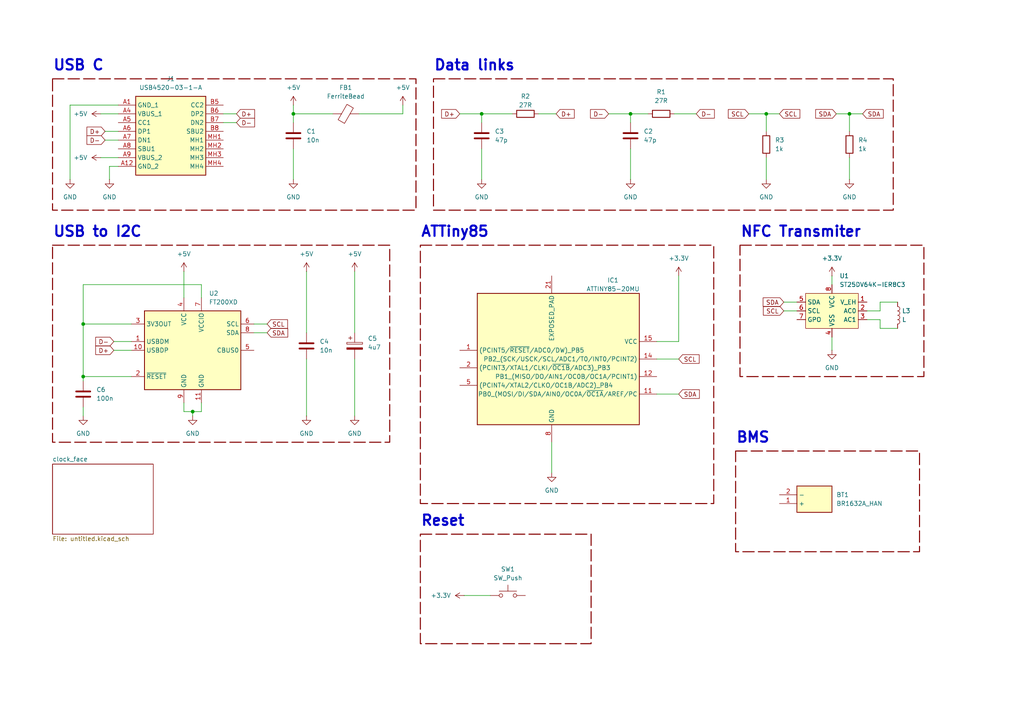
<source format=kicad_sch>
(kicad_sch
	(version 20231120)
	(generator "eeschema")
	(generator_version "8.0")
	(uuid "51dea811-5ef2-4528-85f8-327a90736cb6")
	(paper "A4")
	(lib_symbols
		(symbol "ATTINY85-20MU:ATTINY85-20MU"
			(exclude_from_sim no)
			(in_bom yes)
			(on_board yes)
			(property "Reference" "IC"
				(at 9.906 24.638 0)
				(effects
					(font
						(size 1.27 1.27)
					)
					(justify left top)
				)
			)
			(property "Value" "ATTINY85-20MU"
				(at 9.906 22.098 0)
				(effects
					(font
						(size 1.27 1.27)
					)
					(justify left top)
				)
			)
			(property "Footprint" "QFN50P400X400X80-21N-D"
				(at -12.7 42.926 0)
				(effects
					(font
						(size 1.27 1.27)
					)
					(justify left top)
					(hide yes)
				)
			)
			(property "Datasheet" "http://www.atmel.com/Images/Atmel-2586-AVR-8-bit-Microcontroller-ATtiny25-ATtiny45-ATtiny85_Datasheet.pdf"
				(at -55.626 -40.132 0)
				(effects
					(font
						(size 1.27 1.27)
					)
					(justify left top)
					(hide yes)
				)
			)
			(property "Description" "ATTINY85-20MU, 8 bit AVR Microcontroller 20MHz 512 B, 8 kB Flash, 512 B RAM, I2C 20-Pin MLF"
				(at 0.254 -38.1 0)
				(effects
					(font
						(size 1.27 1.27)
					)
					(hide yes)
				)
			)
			(property "Height" "0.8"
				(at 107.95 -377.14 0)
				(effects
					(font
						(size 1.27 1.27)
					)
					(justify left top)
					(hide yes)
				)
			)
			(property "TME Electronic Components Part Number" ""
				(at 107.95 -477.14 0)
				(effects
					(font
						(size 1.27 1.27)
					)
					(justify left top)
					(hide yes)
				)
			)
			(property "TME Electronic Components Price/Stock" ""
				(at 107.95 -577.14 0)
				(effects
					(font
						(size 1.27 1.27)
					)
					(justify left top)
					(hide yes)
				)
			)
			(property "Manufacturer_Name" "Microchip"
				(at 107.95 -677.14 0)
				(effects
					(font
						(size 1.27 1.27)
					)
					(justify left top)
					(hide yes)
				)
			)
			(property "Manufacturer_Part_Number" "ATTINY85-20MU"
				(at 107.95 -777.14 0)
				(effects
					(font
						(size 1.27 1.27)
					)
					(justify left top)
					(hide yes)
				)
			)
			(symbol "ATTINY85-20MU_1_1"
				(rectangle
					(start -21.59 19.05)
					(end 25.4 -19.05)
					(stroke
						(width 0.254)
						(type default)
					)
					(fill
						(type background)
					)
				)
				(pin input line
					(at -26.67 2.54 0)
					(length 5.08)
					(name "(PCINT5/~{RESET}/ADC0/DW)_PB5"
						(effects
							(font
								(size 1.27 1.27)
							)
						)
					)
					(number "1"
						(effects
							(font
								(size 1.27 1.27)
							)
						)
					)
				)
				(pin no_connect line
					(at 5.08 -24.13 90)
					(length 5.08) hide
					(name "DNC_5"
						(effects
							(font
								(size 1.27 1.27)
							)
						)
					)
					(number "10"
						(effects
							(font
								(size 1.27 1.27)
							)
						)
					)
				)
				(pin input line
					(at 30.48 -10.16 180)
					(length 5.08)
					(name "PB0_(MOSI/DI/SDA/AIN0/OC0A/~{OC1A}/AREF/PC"
						(effects
							(font
								(size 1.27 1.27)
							)
						)
					)
					(number "11"
						(effects
							(font
								(size 1.27 1.27)
							)
						)
					)
				)
				(pin input line
					(at 30.48 -5.08 180)
					(length 5.08)
					(name "PB1_(MISO/DO/AIN1/OC0B/OC1A/PCINT1)"
						(effects
							(font
								(size 1.27 1.27)
							)
						)
					)
					(number "12"
						(effects
							(font
								(size 1.27 1.27)
							)
						)
					)
				)
				(pin no_connect line
					(at 30.48 -15.24 180)
					(length 5.08) hide
					(name "DNC_6"
						(effects
							(font
								(size 1.27 1.27)
							)
						)
					)
					(number "13"
						(effects
							(font
								(size 1.27 1.27)
							)
						)
					)
				)
				(pin input line
					(at 30.48 0 180)
					(length 5.08)
					(name "PB2_(SCK/USCK/SCL/ADC1/T0/INT0/PCINT2)"
						(effects
							(font
								(size 1.27 1.27)
							)
						)
					)
					(number "14"
						(effects
							(font
								(size 1.27 1.27)
							)
						)
					)
				)
				(pin power_in line
					(at 30.48 5.08 180)
					(length 5.08)
					(name "VCC"
						(effects
							(font
								(size 1.27 1.27)
							)
						)
					)
					(number "15"
						(effects
							(font
								(size 1.27 1.27)
							)
						)
					)
				)
				(pin no_connect line
					(at -2.54 24.13 270)
					(length 5.08) hide
					(name "DNC_7"
						(effects
							(font
								(size 1.27 1.27)
							)
						)
					)
					(number "16"
						(effects
							(font
								(size 1.27 1.27)
							)
						)
					)
				)
				(pin no_connect line
					(at -5.08 24.13 270)
					(length 5.08) hide
					(name "DNC_8"
						(effects
							(font
								(size 1.27 1.27)
							)
						)
					)
					(number "17"
						(effects
							(font
								(size 1.27 1.27)
							)
						)
					)
				)
				(pin no_connect line
					(at -7.62 24.13 270)
					(length 5.08) hide
					(name "DNC_9"
						(effects
							(font
								(size 1.27 1.27)
							)
						)
					)
					(number "18"
						(effects
							(font
								(size 1.27 1.27)
							)
						)
					)
				)
				(pin no_connect line
					(at -10.16 24.13 270)
					(length 5.08) hide
					(name "DNC_10"
						(effects
							(font
								(size 1.27 1.27)
							)
						)
					)
					(number "19"
						(effects
							(font
								(size 1.27 1.27)
							)
						)
					)
				)
				(pin input line
					(at -26.67 -2.54 0)
					(length 5.08)
					(name "(PCINT3/XTAL1/CLKI/~{OC1B}/ADC3)_PB3"
						(effects
							(font
								(size 1.27 1.27)
							)
						)
					)
					(number "2"
						(effects
							(font
								(size 1.27 1.27)
							)
						)
					)
				)
				(pin no_connect line
					(at -12.7 24.13 270)
					(length 5.08) hide
					(name "DNC_11"
						(effects
							(font
								(size 1.27 1.27)
							)
						)
					)
					(number "20"
						(effects
							(font
								(size 1.27 1.27)
							)
						)
					)
				)
				(pin passive line
					(at 0 24.13 270)
					(length 5.08)
					(name "EXPOSED_PAD"
						(effects
							(font
								(size 1.27 1.27)
							)
						)
					)
					(number "21"
						(effects
							(font
								(size 1.27 1.27)
							)
						)
					)
				)
				(pin no_connect line
					(at -26.67 -12.7 0)
					(length 5.08) hide
					(name "DNC"
						(effects
							(font
								(size 1.27 1.27)
							)
						)
					)
					(number "3"
						(effects
							(font
								(size 1.27 1.27)
							)
						)
					)
				)
				(pin no_connect line
					(at -26.67 -15.24 0)
					(length 5.08) hide
					(name "DNC_1"
						(effects
							(font
								(size 1.27 1.27)
							)
						)
					)
					(number "4"
						(effects
							(font
								(size 1.27 1.27)
							)
						)
					)
				)
				(pin output line
					(at -26.67 -7.62 0)
					(length 5.08)
					(name "(PCINT4/XTAL2/CLKO/OC1B/ADC2)_PB4"
						(effects
							(font
								(size 1.27 1.27)
							)
						)
					)
					(number "5"
						(effects
							(font
								(size 1.27 1.27)
							)
						)
					)
				)
				(pin no_connect line
					(at -5.08 -24.13 90)
					(length 5.08) hide
					(name "DNC_2"
						(effects
							(font
								(size 1.27 1.27)
							)
						)
					)
					(number "6"
						(effects
							(font
								(size 1.27 1.27)
							)
						)
					)
				)
				(pin no_connect line
					(at -2.54 -24.13 90)
					(length 5.08) hide
					(name "DNC_3"
						(effects
							(font
								(size 1.27 1.27)
							)
						)
					)
					(number "7"
						(effects
							(font
								(size 1.27 1.27)
							)
						)
					)
				)
				(pin power_in line
					(at 0 -24.13 90)
					(length 5.08)
					(name "GND"
						(effects
							(font
								(size 1.27 1.27)
							)
						)
					)
					(number "8"
						(effects
							(font
								(size 1.27 1.27)
							)
						)
					)
				)
				(pin no_connect line
					(at 2.54 -24.13 90)
					(length 5.08) hide
					(name "DNC_4"
						(effects
							(font
								(size 1.27 1.27)
							)
						)
					)
					(number "9"
						(effects
							(font
								(size 1.27 1.27)
							)
						)
					)
				)
			)
		)
		(symbol "BR1632A_HAN:BR1632A_HAN"
			(exclude_from_sim no)
			(in_bom yes)
			(on_board yes)
			(property "Reference" "BT"
				(at 16.51 7.62 0)
				(effects
					(font
						(size 1.27 1.27)
					)
					(justify left top)
				)
			)
			(property "Value" "BR1632A_HAN"
				(at 16.51 5.08 0)
				(effects
					(font
						(size 1.27 1.27)
					)
					(justify left top)
				)
			)
			(property "Footprint" "BR1632AHAN"
				(at 16.51 -94.92 0)
				(effects
					(font
						(size 1.27 1.27)
					)
					(justify left top)
					(hide yes)
				)
			)
			(property "Datasheet" "https://componentsearchengine.com/Datasheets/1/BR1632A_HAN.pdf"
				(at 16.51 -194.92 0)
				(effects
					(font
						(size 1.27 1.27)
					)
					(justify left top)
					(hide yes)
				)
			)
			(property "Description" "Coin Cell Battery 3V 120mAh, 2 Pin Horiz Mnt/Solder Tab"
				(at 0 0 0)
				(effects
					(font
						(size 1.27 1.27)
					)
					(hide yes)
				)
			)
			(property "Height" "3.15"
				(at 16.51 -394.92 0)
				(effects
					(font
						(size 1.27 1.27)
					)
					(justify left top)
					(hide yes)
				)
			)
			(property "TME Electronic Components Part Number" ""
				(at 16.51 -494.92 0)
				(effects
					(font
						(size 1.27 1.27)
					)
					(justify left top)
					(hide yes)
				)
			)
			(property "TME Electronic Components Price/Stock" ""
				(at 16.51 -594.92 0)
				(effects
					(font
						(size 1.27 1.27)
					)
					(justify left top)
					(hide yes)
				)
			)
			(property "Manufacturer_Name" "Panasonic"
				(at 16.51 -694.92 0)
				(effects
					(font
						(size 1.27 1.27)
					)
					(justify left top)
					(hide yes)
				)
			)
			(property "Manufacturer_Part_Number" "BR1632A/HAN"
				(at 16.51 -794.92 0)
				(effects
					(font
						(size 1.27 1.27)
					)
					(justify left top)
					(hide yes)
				)
			)
			(symbol "BR1632A_HAN_1_1"
				(rectangle
					(start 5.08 2.54)
					(end 15.24 -5.08)
					(stroke
						(width 0.254)
						(type default)
					)
					(fill
						(type background)
					)
				)
				(pin passive line
					(at 0 -2.54 0)
					(length 5.08)
					(name "+"
						(effects
							(font
								(size 1.27 1.27)
							)
						)
					)
					(number "1"
						(effects
							(font
								(size 1.27 1.27)
							)
						)
					)
				)
				(pin passive line
					(at 0 0 0)
					(length 5.08)
					(name "-"
						(effects
							(font
								(size 1.27 1.27)
							)
						)
					)
					(number "2"
						(effects
							(font
								(size 1.27 1.27)
							)
						)
					)
				)
			)
		)
		(symbol "Device:C"
			(pin_numbers hide)
			(pin_names
				(offset 0.254)
			)
			(exclude_from_sim no)
			(in_bom yes)
			(on_board yes)
			(property "Reference" "C"
				(at 0.635 2.54 0)
				(effects
					(font
						(size 1.27 1.27)
					)
					(justify left)
				)
			)
			(property "Value" "C"
				(at 0.635 -2.54 0)
				(effects
					(font
						(size 1.27 1.27)
					)
					(justify left)
				)
			)
			(property "Footprint" ""
				(at 0.9652 -3.81 0)
				(effects
					(font
						(size 1.27 1.27)
					)
					(hide yes)
				)
			)
			(property "Datasheet" "~"
				(at 0 0 0)
				(effects
					(font
						(size 1.27 1.27)
					)
					(hide yes)
				)
			)
			(property "Description" "Unpolarized capacitor"
				(at 0 0 0)
				(effects
					(font
						(size 1.27 1.27)
					)
					(hide yes)
				)
			)
			(property "ki_keywords" "cap capacitor"
				(at 0 0 0)
				(effects
					(font
						(size 1.27 1.27)
					)
					(hide yes)
				)
			)
			(property "ki_fp_filters" "C_*"
				(at 0 0 0)
				(effects
					(font
						(size 1.27 1.27)
					)
					(hide yes)
				)
			)
			(symbol "C_0_1"
				(polyline
					(pts
						(xy -2.032 -0.762) (xy 2.032 -0.762)
					)
					(stroke
						(width 0.508)
						(type default)
					)
					(fill
						(type none)
					)
				)
				(polyline
					(pts
						(xy -2.032 0.762) (xy 2.032 0.762)
					)
					(stroke
						(width 0.508)
						(type default)
					)
					(fill
						(type none)
					)
				)
			)
			(symbol "C_1_1"
				(pin passive line
					(at 0 3.81 270)
					(length 2.794)
					(name "~"
						(effects
							(font
								(size 1.27 1.27)
							)
						)
					)
					(number "1"
						(effects
							(font
								(size 1.27 1.27)
							)
						)
					)
				)
				(pin passive line
					(at 0 -3.81 90)
					(length 2.794)
					(name "~"
						(effects
							(font
								(size 1.27 1.27)
							)
						)
					)
					(number "2"
						(effects
							(font
								(size 1.27 1.27)
							)
						)
					)
				)
			)
		)
		(symbol "Device:C_Polarized"
			(pin_numbers hide)
			(pin_names
				(offset 0.254)
			)
			(exclude_from_sim no)
			(in_bom yes)
			(on_board yes)
			(property "Reference" "C"
				(at 0.635 2.54 0)
				(effects
					(font
						(size 1.27 1.27)
					)
					(justify left)
				)
			)
			(property "Value" "C_Polarized"
				(at 0.635 -2.54 0)
				(effects
					(font
						(size 1.27 1.27)
					)
					(justify left)
				)
			)
			(property "Footprint" ""
				(at 0.9652 -3.81 0)
				(effects
					(font
						(size 1.27 1.27)
					)
					(hide yes)
				)
			)
			(property "Datasheet" "~"
				(at 0 0 0)
				(effects
					(font
						(size 1.27 1.27)
					)
					(hide yes)
				)
			)
			(property "Description" "Polarized capacitor"
				(at 0 0 0)
				(effects
					(font
						(size 1.27 1.27)
					)
					(hide yes)
				)
			)
			(property "ki_keywords" "cap capacitor"
				(at 0 0 0)
				(effects
					(font
						(size 1.27 1.27)
					)
					(hide yes)
				)
			)
			(property "ki_fp_filters" "CP_*"
				(at 0 0 0)
				(effects
					(font
						(size 1.27 1.27)
					)
					(hide yes)
				)
			)
			(symbol "C_Polarized_0_1"
				(rectangle
					(start -2.286 0.508)
					(end 2.286 1.016)
					(stroke
						(width 0)
						(type default)
					)
					(fill
						(type none)
					)
				)
				(polyline
					(pts
						(xy -1.778 2.286) (xy -0.762 2.286)
					)
					(stroke
						(width 0)
						(type default)
					)
					(fill
						(type none)
					)
				)
				(polyline
					(pts
						(xy -1.27 2.794) (xy -1.27 1.778)
					)
					(stroke
						(width 0)
						(type default)
					)
					(fill
						(type none)
					)
				)
				(rectangle
					(start 2.286 -0.508)
					(end -2.286 -1.016)
					(stroke
						(width 0)
						(type default)
					)
					(fill
						(type outline)
					)
				)
			)
			(symbol "C_Polarized_1_1"
				(pin passive line
					(at 0 3.81 270)
					(length 2.794)
					(name "~"
						(effects
							(font
								(size 1.27 1.27)
							)
						)
					)
					(number "1"
						(effects
							(font
								(size 1.27 1.27)
							)
						)
					)
				)
				(pin passive line
					(at 0 -3.81 90)
					(length 2.794)
					(name "~"
						(effects
							(font
								(size 1.27 1.27)
							)
						)
					)
					(number "2"
						(effects
							(font
								(size 1.27 1.27)
							)
						)
					)
				)
			)
		)
		(symbol "Device:FerriteBead"
			(pin_numbers hide)
			(pin_names
				(offset 0)
			)
			(exclude_from_sim no)
			(in_bom yes)
			(on_board yes)
			(property "Reference" "FB"
				(at -3.81 0.635 90)
				(effects
					(font
						(size 1.27 1.27)
					)
				)
			)
			(property "Value" "FerriteBead"
				(at 3.81 0 90)
				(effects
					(font
						(size 1.27 1.27)
					)
				)
			)
			(property "Footprint" ""
				(at -1.778 0 90)
				(effects
					(font
						(size 1.27 1.27)
					)
					(hide yes)
				)
			)
			(property "Datasheet" "~"
				(at 0 0 0)
				(effects
					(font
						(size 1.27 1.27)
					)
					(hide yes)
				)
			)
			(property "Description" "Ferrite bead"
				(at 0 0 0)
				(effects
					(font
						(size 1.27 1.27)
					)
					(hide yes)
				)
			)
			(property "ki_keywords" "L ferrite bead inductor filter"
				(at 0 0 0)
				(effects
					(font
						(size 1.27 1.27)
					)
					(hide yes)
				)
			)
			(property "ki_fp_filters" "Inductor_* L_* *Ferrite*"
				(at 0 0 0)
				(effects
					(font
						(size 1.27 1.27)
					)
					(hide yes)
				)
			)
			(symbol "FerriteBead_0_1"
				(polyline
					(pts
						(xy 0 -1.27) (xy 0 -1.2192)
					)
					(stroke
						(width 0)
						(type default)
					)
					(fill
						(type none)
					)
				)
				(polyline
					(pts
						(xy 0 1.27) (xy 0 1.2954)
					)
					(stroke
						(width 0)
						(type default)
					)
					(fill
						(type none)
					)
				)
				(polyline
					(pts
						(xy -2.7686 0.4064) (xy -1.7018 2.2606) (xy 2.7686 -0.3048) (xy 1.6764 -2.159) (xy -2.7686 0.4064)
					)
					(stroke
						(width 0)
						(type default)
					)
					(fill
						(type none)
					)
				)
			)
			(symbol "FerriteBead_1_1"
				(pin passive line
					(at 0 3.81 270)
					(length 2.54)
					(name "~"
						(effects
							(font
								(size 1.27 1.27)
							)
						)
					)
					(number "1"
						(effects
							(font
								(size 1.27 1.27)
							)
						)
					)
				)
				(pin passive line
					(at 0 -3.81 90)
					(length 2.54)
					(name "~"
						(effects
							(font
								(size 1.27 1.27)
							)
						)
					)
					(number "2"
						(effects
							(font
								(size 1.27 1.27)
							)
						)
					)
				)
			)
		)
		(symbol "Device:L"
			(pin_numbers hide)
			(pin_names
				(offset 1.016) hide)
			(exclude_from_sim no)
			(in_bom yes)
			(on_board yes)
			(property "Reference" "L"
				(at -1.27 0 90)
				(effects
					(font
						(size 1.27 1.27)
					)
				)
			)
			(property "Value" "L"
				(at 1.905 0 90)
				(effects
					(font
						(size 1.27 1.27)
					)
				)
			)
			(property "Footprint" ""
				(at 0 0 0)
				(effects
					(font
						(size 1.27 1.27)
					)
					(hide yes)
				)
			)
			(property "Datasheet" "~"
				(at 0 0 0)
				(effects
					(font
						(size 1.27 1.27)
					)
					(hide yes)
				)
			)
			(property "Description" "Inductor"
				(at 0 0 0)
				(effects
					(font
						(size 1.27 1.27)
					)
					(hide yes)
				)
			)
			(property "ki_keywords" "inductor choke coil reactor magnetic"
				(at 0 0 0)
				(effects
					(font
						(size 1.27 1.27)
					)
					(hide yes)
				)
			)
			(property "ki_fp_filters" "Choke_* *Coil* Inductor_* L_*"
				(at 0 0 0)
				(effects
					(font
						(size 1.27 1.27)
					)
					(hide yes)
				)
			)
			(symbol "L_0_1"
				(arc
					(start 0 -2.54)
					(mid 0.6323 -1.905)
					(end 0 -1.27)
					(stroke
						(width 0)
						(type default)
					)
					(fill
						(type none)
					)
				)
				(arc
					(start 0 -1.27)
					(mid 0.6323 -0.635)
					(end 0 0)
					(stroke
						(width 0)
						(type default)
					)
					(fill
						(type none)
					)
				)
				(arc
					(start 0 0)
					(mid 0.6323 0.635)
					(end 0 1.27)
					(stroke
						(width 0)
						(type default)
					)
					(fill
						(type none)
					)
				)
				(arc
					(start 0 1.27)
					(mid 0.6323 1.905)
					(end 0 2.54)
					(stroke
						(width 0)
						(type default)
					)
					(fill
						(type none)
					)
				)
			)
			(symbol "L_1_1"
				(pin passive line
					(at 0 3.81 270)
					(length 1.27)
					(name "1"
						(effects
							(font
								(size 1.27 1.27)
							)
						)
					)
					(number "1"
						(effects
							(font
								(size 1.27 1.27)
							)
						)
					)
				)
				(pin passive line
					(at 0 -3.81 90)
					(length 1.27)
					(name "2"
						(effects
							(font
								(size 1.27 1.27)
							)
						)
					)
					(number "2"
						(effects
							(font
								(size 1.27 1.27)
							)
						)
					)
				)
			)
		)
		(symbol "Device:R"
			(pin_numbers hide)
			(pin_names
				(offset 0)
			)
			(exclude_from_sim no)
			(in_bom yes)
			(on_board yes)
			(property "Reference" "R"
				(at 2.032 0 90)
				(effects
					(font
						(size 1.27 1.27)
					)
				)
			)
			(property "Value" "R"
				(at 0 0 90)
				(effects
					(font
						(size 1.27 1.27)
					)
				)
			)
			(property "Footprint" ""
				(at -1.778 0 90)
				(effects
					(font
						(size 1.27 1.27)
					)
					(hide yes)
				)
			)
			(property "Datasheet" "~"
				(at 0 0 0)
				(effects
					(font
						(size 1.27 1.27)
					)
					(hide yes)
				)
			)
			(property "Description" "Resistor"
				(at 0 0 0)
				(effects
					(font
						(size 1.27 1.27)
					)
					(hide yes)
				)
			)
			(property "ki_keywords" "R res resistor"
				(at 0 0 0)
				(effects
					(font
						(size 1.27 1.27)
					)
					(hide yes)
				)
			)
			(property "ki_fp_filters" "R_*"
				(at 0 0 0)
				(effects
					(font
						(size 1.27 1.27)
					)
					(hide yes)
				)
			)
			(symbol "R_0_1"
				(rectangle
					(start -1.016 -2.54)
					(end 1.016 2.54)
					(stroke
						(width 0.254)
						(type default)
					)
					(fill
						(type none)
					)
				)
			)
			(symbol "R_1_1"
				(pin passive line
					(at 0 3.81 270)
					(length 1.27)
					(name "~"
						(effects
							(font
								(size 1.27 1.27)
							)
						)
					)
					(number "1"
						(effects
							(font
								(size 1.27 1.27)
							)
						)
					)
				)
				(pin passive line
					(at 0 -3.81 90)
					(length 1.27)
					(name "~"
						(effects
							(font
								(size 1.27 1.27)
							)
						)
					)
					(number "2"
						(effects
							(font
								(size 1.27 1.27)
							)
						)
					)
				)
			)
		)
		(symbol "Interface_USB:FT200XD"
			(exclude_from_sim no)
			(in_bom yes)
			(on_board yes)
			(property "Reference" "U"
				(at -13.97 12.7 0)
				(effects
					(font
						(size 1.27 1.27)
					)
					(justify left)
				)
			)
			(property "Value" "FT200XD"
				(at 7.62 12.7 0)
				(effects
					(font
						(size 1.27 1.27)
					)
					(justify left)
				)
			)
			(property "Footprint" "Package_DFN_QFN:DFN-10-1EP_3x3mm_P0.5mm_EP1.55x2.48mm"
				(at 35.56 -12.7 0)
				(effects
					(font
						(size 1.27 1.27)
					)
					(hide yes)
				)
			)
			(property "Datasheet" "https://www.ftdichip.com/Support/Documents/DataSheets/ICs/DS_FT200XD.pdf"
				(at 0 0 0)
				(effects
					(font
						(size 1.27 1.27)
					)
					(hide yes)
				)
			)
			(property "Description" "Full Speed USB to I2C Bridge, DFN-10"
				(at 0 0 0)
				(effects
					(font
						(size 1.27 1.27)
					)
					(hide yes)
				)
			)
			(property "ki_keywords" "FTDI USB I2C Interface Converter"
				(at 0 0 0)
				(effects
					(font
						(size 1.27 1.27)
					)
					(hide yes)
				)
			)
			(property "ki_fp_filters" "DFN*3x3mm*P0.5mm*"
				(at 0 0 0)
				(effects
					(font
						(size 1.27 1.27)
					)
					(hide yes)
				)
			)
			(symbol "FT200XD_0_1"
				(rectangle
					(start -13.97 11.43)
					(end 13.97 -11.43)
					(stroke
						(width 0.254)
						(type default)
					)
					(fill
						(type background)
					)
				)
			)
			(symbol "FT200XD_1_1"
				(pin input line
					(at -17.78 2.54 0)
					(length 3.81)
					(name "USBDM"
						(effects
							(font
								(size 1.27 1.27)
							)
						)
					)
					(number "1"
						(effects
							(font
								(size 1.27 1.27)
							)
						)
					)
				)
				(pin input line
					(at -17.78 0 0)
					(length 3.81)
					(name "USBDP"
						(effects
							(font
								(size 1.27 1.27)
							)
						)
					)
					(number "10"
						(effects
							(font
								(size 1.27 1.27)
							)
						)
					)
				)
				(pin power_in line
					(at 2.54 -15.24 90)
					(length 3.81)
					(name "GND"
						(effects
							(font
								(size 1.27 1.27)
							)
						)
					)
					(number "11"
						(effects
							(font
								(size 1.27 1.27)
							)
						)
					)
				)
				(pin input line
					(at -17.78 -7.62 0)
					(length 3.81)
					(name "~{RESET}"
						(effects
							(font
								(size 1.27 1.27)
							)
						)
					)
					(number "2"
						(effects
							(font
								(size 1.27 1.27)
							)
						)
					)
				)
				(pin power_out line
					(at -17.78 7.62 0)
					(length 3.81)
					(name "3V3OUT"
						(effects
							(font
								(size 1.27 1.27)
							)
						)
					)
					(number "3"
						(effects
							(font
								(size 1.27 1.27)
							)
						)
					)
				)
				(pin power_in line
					(at -2.54 15.24 270)
					(length 3.81)
					(name "VCC"
						(effects
							(font
								(size 1.27 1.27)
							)
						)
					)
					(number "4"
						(effects
							(font
								(size 1.27 1.27)
							)
						)
					)
				)
				(pin bidirectional line
					(at 17.78 0 180)
					(length 3.81)
					(name "CBUS0"
						(effects
							(font
								(size 1.27 1.27)
							)
						)
					)
					(number "5"
						(effects
							(font
								(size 1.27 1.27)
							)
						)
					)
				)
				(pin input line
					(at 17.78 7.62 180)
					(length 3.81)
					(name "SCL"
						(effects
							(font
								(size 1.27 1.27)
							)
						)
					)
					(number "6"
						(effects
							(font
								(size 1.27 1.27)
							)
						)
					)
				)
				(pin power_in line
					(at 2.54 15.24 270)
					(length 3.81)
					(name "VCCIO"
						(effects
							(font
								(size 1.27 1.27)
							)
						)
					)
					(number "7"
						(effects
							(font
								(size 1.27 1.27)
							)
						)
					)
				)
				(pin bidirectional line
					(at 17.78 5.08 180)
					(length 3.81)
					(name "SDA"
						(effects
							(font
								(size 1.27 1.27)
							)
						)
					)
					(number "8"
						(effects
							(font
								(size 1.27 1.27)
							)
						)
					)
				)
				(pin power_in line
					(at -2.54 -15.24 90)
					(length 3.81)
					(name "GND"
						(effects
							(font
								(size 1.27 1.27)
							)
						)
					)
					(number "9"
						(effects
							(font
								(size 1.27 1.27)
							)
						)
					)
				)
			)
		)
		(symbol "RF_NFC:ST25DV64K-IER8C3"
			(exclude_from_sim no)
			(in_bom yes)
			(on_board yes)
			(property "Reference" "U"
				(at 6.35 6.35 0)
				(effects
					(font
						(size 1.27 1.27)
					)
				)
			)
			(property "Value" "ST25DV64K-IER8C3"
				(at 10.795 -6.35 0)
				(effects
					(font
						(size 1.27 1.27)
					)
				)
			)
			(property "Footprint" "Package_DFN_QFN:DFN-8-1EP_3x2mm_P0.5mm_EP1.36x1.46mm"
				(at 0 0 0)
				(effects
					(font
						(size 1.27 1.27)
					)
					(hide yes)
				)
			)
			(property "Datasheet" "https://www.st.com/resource/en/datasheet/st25dv04k.pdf"
				(at 0 0 0)
				(effects
					(font
						(size 1.27 1.27)
					)
					(hide yes)
				)
			)
			(property "Description" "Dynamic NFC/RFID tag IC with 64-Kbit EEPROM, UFDFPN-8"
				(at 0 0 0)
				(effects
					(font
						(size 1.27 1.27)
					)
					(hide yes)
				)
			)
			(property "ki_keywords" "NFC Tag"
				(at 0 0 0)
				(effects
					(font
						(size 1.27 1.27)
					)
					(hide yes)
				)
			)
			(property "ki_fp_filters" "DFN*3x2mm*P0.5mm*"
				(at 0 0 0)
				(effects
					(font
						(size 1.27 1.27)
					)
					(hide yes)
				)
			)
			(symbol "ST25DV64K-IER8C3_1_1"
				(rectangle
					(start -7.62 5.08)
					(end 7.62 -5.08)
					(stroke
						(width 0)
						(type default)
					)
					(fill
						(type background)
					)
				)
				(pin power_out line
					(at 10.16 2.54 180)
					(length 2.54)
					(name "V_EH"
						(effects
							(font
								(size 1.27 1.27)
							)
						)
					)
					(number "1"
						(effects
							(font
								(size 1.27 1.27)
							)
						)
					)
				)
				(pin passive line
					(at 10.16 0 180)
					(length 2.54)
					(name "AC0"
						(effects
							(font
								(size 1.27 1.27)
							)
						)
					)
					(number "2"
						(effects
							(font
								(size 1.27 1.27)
							)
						)
					)
				)
				(pin passive line
					(at 10.16 -2.54 180)
					(length 2.54)
					(name "AC1"
						(effects
							(font
								(size 1.27 1.27)
							)
						)
					)
					(number "3"
						(effects
							(font
								(size 1.27 1.27)
							)
						)
					)
				)
				(pin power_in line
					(at 0 -7.62 90)
					(length 2.54)
					(name "VSS"
						(effects
							(font
								(size 1.27 1.27)
							)
						)
					)
					(number "4"
						(effects
							(font
								(size 1.27 1.27)
							)
						)
					)
				)
				(pin bidirectional line
					(at -10.16 2.54 0)
					(length 2.54)
					(name "SDA"
						(effects
							(font
								(size 1.27 1.27)
							)
						)
					)
					(number "5"
						(effects
							(font
								(size 1.27 1.27)
							)
						)
					)
				)
				(pin input line
					(at -10.16 0 0)
					(length 2.54)
					(name "SCL"
						(effects
							(font
								(size 1.27 1.27)
							)
						)
					)
					(number "6"
						(effects
							(font
								(size 1.27 1.27)
							)
						)
					)
				)
				(pin open_collector line
					(at -10.16 -2.54 0)
					(length 2.54)
					(name "GPO"
						(effects
							(font
								(size 1.27 1.27)
							)
						)
					)
					(number "7"
						(effects
							(font
								(size 1.27 1.27)
							)
						)
					)
				)
				(pin power_in line
					(at 0 7.62 270)
					(length 2.54)
					(name "VCC"
						(effects
							(font
								(size 1.27 1.27)
							)
						)
					)
					(number "8"
						(effects
							(font
								(size 1.27 1.27)
							)
						)
					)
				)
				(pin no_connect line
					(at 2.54 5.08 270)
					(length 2.54) hide
					(name "NC"
						(effects
							(font
								(size 1.27 1.27)
							)
						)
					)
					(number "9"
						(effects
							(font
								(size 1.27 1.27)
							)
						)
					)
				)
			)
		)
		(symbol "Switch:SW_Push"
			(pin_numbers hide)
			(pin_names
				(offset 1.016) hide)
			(exclude_from_sim no)
			(in_bom yes)
			(on_board yes)
			(property "Reference" "SW"
				(at 1.27 2.54 0)
				(effects
					(font
						(size 1.27 1.27)
					)
					(justify left)
				)
			)
			(property "Value" "SW_Push"
				(at 0 -1.524 0)
				(effects
					(font
						(size 1.27 1.27)
					)
				)
			)
			(property "Footprint" ""
				(at 0 5.08 0)
				(effects
					(font
						(size 1.27 1.27)
					)
					(hide yes)
				)
			)
			(property "Datasheet" "~"
				(at 0 5.08 0)
				(effects
					(font
						(size 1.27 1.27)
					)
					(hide yes)
				)
			)
			(property "Description" "Push button switch, generic, two pins"
				(at 0 0 0)
				(effects
					(font
						(size 1.27 1.27)
					)
					(hide yes)
				)
			)
			(property "ki_keywords" "switch normally-open pushbutton push-button"
				(at 0 0 0)
				(effects
					(font
						(size 1.27 1.27)
					)
					(hide yes)
				)
			)
			(symbol "SW_Push_0_1"
				(circle
					(center -2.032 0)
					(radius 0.508)
					(stroke
						(width 0)
						(type default)
					)
					(fill
						(type none)
					)
				)
				(polyline
					(pts
						(xy 0 1.27) (xy 0 3.048)
					)
					(stroke
						(width 0)
						(type default)
					)
					(fill
						(type none)
					)
				)
				(polyline
					(pts
						(xy 2.54 1.27) (xy -2.54 1.27)
					)
					(stroke
						(width 0)
						(type default)
					)
					(fill
						(type none)
					)
				)
				(circle
					(center 2.032 0)
					(radius 0.508)
					(stroke
						(width 0)
						(type default)
					)
					(fill
						(type none)
					)
				)
				(pin passive line
					(at -5.08 0 0)
					(length 2.54)
					(name "1"
						(effects
							(font
								(size 1.27 1.27)
							)
						)
					)
					(number "1"
						(effects
							(font
								(size 1.27 1.27)
							)
						)
					)
				)
				(pin passive line
					(at 5.08 0 180)
					(length 2.54)
					(name "2"
						(effects
							(font
								(size 1.27 1.27)
							)
						)
					)
					(number "2"
						(effects
							(font
								(size 1.27 1.27)
							)
						)
					)
				)
			)
		)
		(symbol "USB4520-03-1-A:USB4520-03-1-A"
			(exclude_from_sim no)
			(in_bom yes)
			(on_board yes)
			(property "Reference" "J"
				(at 26.67 7.62 0)
				(effects
					(font
						(size 1.27 1.27)
					)
					(justify left top)
				)
			)
			(property "Value" "USB4520-03-1-A"
				(at 26.67 5.08 0)
				(effects
					(font
						(size 1.27 1.27)
					)
					(justify left top)
				)
			)
			(property "Footprint" "USB4520031A"
				(at 26.67 -94.92 0)
				(effects
					(font
						(size 1.27 1.27)
					)
					(justify left top)
					(hide yes)
				)
			)
			(property "Datasheet" "https://gct.co/files/drawings/usb4520.pdf"
				(at 26.67 -194.92 0)
				(effects
					(font
						(size 1.27 1.27)
					)
					(justify left top)
					(hide yes)
				)
			)
			(property "Description" "USB Connectors USB C Rec 16P 3u\" Mid Mnt 2.1mm O-Set SMT L = 6.5mm S-Spring"
				(at 0 0 0)
				(effects
					(font
						(size 1.27 1.27)
					)
					(hide yes)
				)
			)
			(property "Height" "3.36"
				(at 26.67 -394.92 0)
				(effects
					(font
						(size 1.27 1.27)
					)
					(justify left top)
					(hide yes)
				)
			)
			(property "TME Electronic Components Part Number" ""
				(at 26.67 -494.92 0)
				(effects
					(font
						(size 1.27 1.27)
					)
					(justify left top)
					(hide yes)
				)
			)
			(property "TME Electronic Components Price/Stock" ""
				(at 26.67 -594.92 0)
				(effects
					(font
						(size 1.27 1.27)
					)
					(justify left top)
					(hide yes)
				)
			)
			(property "Manufacturer_Name" "GCT (GLOBAL CONNECTOR TECHNOLOGY)"
				(at 26.67 -694.92 0)
				(effects
					(font
						(size 1.27 1.27)
					)
					(justify left top)
					(hide yes)
				)
			)
			(property "Manufacturer_Part_Number" "USB4520-03-1-A"
				(at 26.67 -794.92 0)
				(effects
					(font
						(size 1.27 1.27)
					)
					(justify left top)
					(hide yes)
				)
			)
			(symbol "USB4520-03-1-A_1_1"
				(rectangle
					(start 5.08 2.54)
					(end 25.4 -20.32)
					(stroke
						(width 0.254)
						(type default)
					)
					(fill
						(type background)
					)
				)
				(pin passive line
					(at 0 0 0)
					(length 5.08)
					(name "GND_1"
						(effects
							(font
								(size 1.27 1.27)
							)
						)
					)
					(number "A1"
						(effects
							(font
								(size 1.27 1.27)
							)
						)
					)
				)
				(pin passive line
					(at 0 -17.78 0)
					(length 5.08)
					(name "GND_2"
						(effects
							(font
								(size 1.27 1.27)
							)
						)
					)
					(number "A12"
						(effects
							(font
								(size 1.27 1.27)
							)
						)
					)
				)
				(pin passive line
					(at 0 -2.54 0)
					(length 5.08)
					(name "VBUS_1"
						(effects
							(font
								(size 1.27 1.27)
							)
						)
					)
					(number "A4"
						(effects
							(font
								(size 1.27 1.27)
							)
						)
					)
				)
				(pin passive line
					(at 0 -5.08 0)
					(length 5.08)
					(name "CC1"
						(effects
							(font
								(size 1.27 1.27)
							)
						)
					)
					(number "A5"
						(effects
							(font
								(size 1.27 1.27)
							)
						)
					)
				)
				(pin passive line
					(at 0 -7.62 0)
					(length 5.08)
					(name "DP1"
						(effects
							(font
								(size 1.27 1.27)
							)
						)
					)
					(number "A6"
						(effects
							(font
								(size 1.27 1.27)
							)
						)
					)
				)
				(pin passive line
					(at 0 -10.16 0)
					(length 5.08)
					(name "DN1"
						(effects
							(font
								(size 1.27 1.27)
							)
						)
					)
					(number "A7"
						(effects
							(font
								(size 1.27 1.27)
							)
						)
					)
				)
				(pin passive line
					(at 0 -12.7 0)
					(length 5.08)
					(name "SBU1"
						(effects
							(font
								(size 1.27 1.27)
							)
						)
					)
					(number "A8"
						(effects
							(font
								(size 1.27 1.27)
							)
						)
					)
				)
				(pin passive line
					(at 0 -15.24 0)
					(length 5.08)
					(name "VBUS_2"
						(effects
							(font
								(size 1.27 1.27)
							)
						)
					)
					(number "A9"
						(effects
							(font
								(size 1.27 1.27)
							)
						)
					)
				)
				(pin passive line
					(at 30.48 0 180)
					(length 5.08)
					(name "CC2"
						(effects
							(font
								(size 1.27 1.27)
							)
						)
					)
					(number "B5"
						(effects
							(font
								(size 1.27 1.27)
							)
						)
					)
				)
				(pin passive line
					(at 30.48 -2.54 180)
					(length 5.08)
					(name "DP2"
						(effects
							(font
								(size 1.27 1.27)
							)
						)
					)
					(number "B6"
						(effects
							(font
								(size 1.27 1.27)
							)
						)
					)
				)
				(pin passive line
					(at 30.48 -5.08 180)
					(length 5.08)
					(name "DN2"
						(effects
							(font
								(size 1.27 1.27)
							)
						)
					)
					(number "B7"
						(effects
							(font
								(size 1.27 1.27)
							)
						)
					)
				)
				(pin passive line
					(at 30.48 -7.62 180)
					(length 5.08)
					(name "SBU2"
						(effects
							(font
								(size 1.27 1.27)
							)
						)
					)
					(number "B8"
						(effects
							(font
								(size 1.27 1.27)
							)
						)
					)
				)
				(pin passive line
					(at 30.48 -10.16 180)
					(length 5.08)
					(name "MH1"
						(effects
							(font
								(size 1.27 1.27)
							)
						)
					)
					(number "MH1"
						(effects
							(font
								(size 1.27 1.27)
							)
						)
					)
				)
				(pin passive line
					(at 30.48 -12.7 180)
					(length 5.08)
					(name "MH2"
						(effects
							(font
								(size 1.27 1.27)
							)
						)
					)
					(number "MH2"
						(effects
							(font
								(size 1.27 1.27)
							)
						)
					)
				)
				(pin passive line
					(at 30.48 -15.24 180)
					(length 5.08)
					(name "MH3"
						(effects
							(font
								(size 1.27 1.27)
							)
						)
					)
					(number "MH3"
						(effects
							(font
								(size 1.27 1.27)
							)
						)
					)
				)
				(pin passive line
					(at 30.48 -17.78 180)
					(length 5.08)
					(name "MH4"
						(effects
							(font
								(size 1.27 1.27)
							)
						)
					)
					(number "MH4"
						(effects
							(font
								(size 1.27 1.27)
							)
						)
					)
				)
			)
		)
		(symbol "power:+3.3V"
			(power)
			(pin_numbers hide)
			(pin_names
				(offset 0) hide)
			(exclude_from_sim no)
			(in_bom yes)
			(on_board yes)
			(property "Reference" "#PWR"
				(at 0 -3.81 0)
				(effects
					(font
						(size 1.27 1.27)
					)
					(hide yes)
				)
			)
			(property "Value" "+3.3V"
				(at 0 3.556 0)
				(effects
					(font
						(size 1.27 1.27)
					)
				)
			)
			(property "Footprint" ""
				(at 0 0 0)
				(effects
					(font
						(size 1.27 1.27)
					)
					(hide yes)
				)
			)
			(property "Datasheet" ""
				(at 0 0 0)
				(effects
					(font
						(size 1.27 1.27)
					)
					(hide yes)
				)
			)
			(property "Description" "Power symbol creates a global label with name \"+3.3V\""
				(at 0 0 0)
				(effects
					(font
						(size 1.27 1.27)
					)
					(hide yes)
				)
			)
			(property "ki_keywords" "global power"
				(at 0 0 0)
				(effects
					(font
						(size 1.27 1.27)
					)
					(hide yes)
				)
			)
			(symbol "+3.3V_0_1"
				(polyline
					(pts
						(xy -0.762 1.27) (xy 0 2.54)
					)
					(stroke
						(width 0)
						(type default)
					)
					(fill
						(type none)
					)
				)
				(polyline
					(pts
						(xy 0 0) (xy 0 2.54)
					)
					(stroke
						(width 0)
						(type default)
					)
					(fill
						(type none)
					)
				)
				(polyline
					(pts
						(xy 0 2.54) (xy 0.762 1.27)
					)
					(stroke
						(width 0)
						(type default)
					)
					(fill
						(type none)
					)
				)
			)
			(symbol "+3.3V_1_1"
				(pin power_in line
					(at 0 0 90)
					(length 0)
					(name "~"
						(effects
							(font
								(size 1.27 1.27)
							)
						)
					)
					(number "1"
						(effects
							(font
								(size 1.27 1.27)
							)
						)
					)
				)
			)
		)
		(symbol "power:+5V"
			(power)
			(pin_numbers hide)
			(pin_names
				(offset 0) hide)
			(exclude_from_sim no)
			(in_bom yes)
			(on_board yes)
			(property "Reference" "#PWR"
				(at 0 -3.81 0)
				(effects
					(font
						(size 1.27 1.27)
					)
					(hide yes)
				)
			)
			(property "Value" "+5V"
				(at 0 3.556 0)
				(effects
					(font
						(size 1.27 1.27)
					)
				)
			)
			(property "Footprint" ""
				(at 0 0 0)
				(effects
					(font
						(size 1.27 1.27)
					)
					(hide yes)
				)
			)
			(property "Datasheet" ""
				(at 0 0 0)
				(effects
					(font
						(size 1.27 1.27)
					)
					(hide yes)
				)
			)
			(property "Description" "Power symbol creates a global label with name \"+5V\""
				(at 0 0 0)
				(effects
					(font
						(size 1.27 1.27)
					)
					(hide yes)
				)
			)
			(property "ki_keywords" "global power"
				(at 0 0 0)
				(effects
					(font
						(size 1.27 1.27)
					)
					(hide yes)
				)
			)
			(symbol "+5V_0_1"
				(polyline
					(pts
						(xy -0.762 1.27) (xy 0 2.54)
					)
					(stroke
						(width 0)
						(type default)
					)
					(fill
						(type none)
					)
				)
				(polyline
					(pts
						(xy 0 0) (xy 0 2.54)
					)
					(stroke
						(width 0)
						(type default)
					)
					(fill
						(type none)
					)
				)
				(polyline
					(pts
						(xy 0 2.54) (xy 0.762 1.27)
					)
					(stroke
						(width 0)
						(type default)
					)
					(fill
						(type none)
					)
				)
			)
			(symbol "+5V_1_1"
				(pin power_in line
					(at 0 0 90)
					(length 0)
					(name "~"
						(effects
							(font
								(size 1.27 1.27)
							)
						)
					)
					(number "1"
						(effects
							(font
								(size 1.27 1.27)
							)
						)
					)
				)
			)
		)
		(symbol "power:GND"
			(power)
			(pin_numbers hide)
			(pin_names
				(offset 0) hide)
			(exclude_from_sim no)
			(in_bom yes)
			(on_board yes)
			(property "Reference" "#PWR"
				(at 0 -6.35 0)
				(effects
					(font
						(size 1.27 1.27)
					)
					(hide yes)
				)
			)
			(property "Value" "GND"
				(at 0 -3.81 0)
				(effects
					(font
						(size 1.27 1.27)
					)
				)
			)
			(property "Footprint" ""
				(at 0 0 0)
				(effects
					(font
						(size 1.27 1.27)
					)
					(hide yes)
				)
			)
			(property "Datasheet" ""
				(at 0 0 0)
				(effects
					(font
						(size 1.27 1.27)
					)
					(hide yes)
				)
			)
			(property "Description" "Power symbol creates a global label with name \"GND\" , ground"
				(at 0 0 0)
				(effects
					(font
						(size 1.27 1.27)
					)
					(hide yes)
				)
			)
			(property "ki_keywords" "global power"
				(at 0 0 0)
				(effects
					(font
						(size 1.27 1.27)
					)
					(hide yes)
				)
			)
			(symbol "GND_0_1"
				(polyline
					(pts
						(xy 0 0) (xy 0 -1.27) (xy 1.27 -1.27) (xy 0 -2.54) (xy -1.27 -1.27) (xy 0 -1.27)
					)
					(stroke
						(width 0)
						(type default)
					)
					(fill
						(type none)
					)
				)
			)
			(symbol "GND_1_1"
				(pin power_in line
					(at 0 0 270)
					(length 0)
					(name "~"
						(effects
							(font
								(size 1.27 1.27)
							)
						)
					)
					(number "1"
						(effects
							(font
								(size 1.27 1.27)
							)
						)
					)
				)
			)
		)
	)
	(junction
		(at 24.13 109.22)
		(diameter 0)
		(color 0 0 0 0)
		(uuid "01d4c9fe-7839-434b-a7e4-4a9c0e5b3b05")
	)
	(junction
		(at 85.09 33.02)
		(diameter 0)
		(color 0 0 0 0)
		(uuid "28605295-3bdb-4025-9b9b-aaff48270d92")
	)
	(junction
		(at 24.13 93.98)
		(diameter 0)
		(color 0 0 0 0)
		(uuid "653217c8-002e-474f-8873-023224273601")
	)
	(junction
		(at 55.88 119.38)
		(diameter 0)
		(color 0 0 0 0)
		(uuid "82048f9b-6f00-407b-be19-f55a52fbf290")
	)
	(junction
		(at 182.88 33.02)
		(diameter 0)
		(color 0 0 0 0)
		(uuid "9738844e-4b08-471b-811a-6df9db83c887")
	)
	(junction
		(at 222.25 33.02)
		(diameter 0)
		(color 0 0 0 0)
		(uuid "9ec69ecb-a026-4f4a-a36d-8a46afd31601")
	)
	(junction
		(at 246.38 33.02)
		(diameter 0)
		(color 0 0 0 0)
		(uuid "d946367b-7a77-48d9-987a-54595d264259")
	)
	(junction
		(at 139.7 33.02)
		(diameter 0)
		(color 0 0 0 0)
		(uuid "e92377ba-568a-4f9a-8a1e-2eb13fa14363")
	)
	(wire
		(pts
			(xy 38.1 109.22) (xy 24.13 109.22)
		)
		(stroke
			(width 0)
			(type default)
		)
		(uuid "009e9831-8b2e-4424-a35f-67b8dbf5c06e")
	)
	(wire
		(pts
			(xy 190.5 114.3) (xy 196.85 114.3)
		)
		(stroke
			(width 0)
			(type default)
		)
		(uuid "094a4fad-aa46-47fe-9c96-56baa7900342")
	)
	(wire
		(pts
			(xy 102.87 96.52) (xy 102.87 78.74)
		)
		(stroke
			(width 0)
			(type default)
		)
		(uuid "105e7e3d-efb2-4858-a147-90579c6bb5e4")
	)
	(wire
		(pts
			(xy 227.33 90.17) (xy 231.14 90.17)
		)
		(stroke
			(width 0)
			(type default)
		)
		(uuid "15eebe8b-f67d-4f05-92d4-4317de343353")
	)
	(wire
		(pts
			(xy 196.85 80.01) (xy 196.85 99.06)
		)
		(stroke
			(width 0)
			(type default)
		)
		(uuid "15f91899-3441-4344-868f-e23b400ca5d8")
	)
	(wire
		(pts
			(xy 133.35 33.02) (xy 139.7 33.02)
		)
		(stroke
			(width 0)
			(type default)
		)
		(uuid "1a32aa92-cbb3-489f-8494-97b1190064a1")
	)
	(wire
		(pts
			(xy 24.13 110.49) (xy 24.13 109.22)
		)
		(stroke
			(width 0)
			(type default)
		)
		(uuid "1fd612c6-3c50-4c47-bbb3-6df7c977a35e")
	)
	(wire
		(pts
			(xy 251.46 90.17) (xy 255.27 90.17)
		)
		(stroke
			(width 0)
			(type default)
		)
		(uuid "20ce12f3-8caa-4be5-b23c-b8a46729ca1e")
	)
	(wire
		(pts
			(xy 246.38 38.1) (xy 246.38 33.02)
		)
		(stroke
			(width 0)
			(type default)
		)
		(uuid "2464b971-cbf9-4578-bdb3-b0c9ecd4c9b6")
	)
	(wire
		(pts
			(xy 190.5 99.06) (xy 196.85 99.06)
		)
		(stroke
			(width 0)
			(type default)
		)
		(uuid "33f6debe-8cfb-47db-b6f2-6fcdff82831b")
	)
	(wire
		(pts
			(xy 241.3 82.55) (xy 241.3 80.01)
		)
		(stroke
			(width 0)
			(type default)
		)
		(uuid "364fdb28-1259-45bb-9f92-ca4e586a2582")
	)
	(wire
		(pts
			(xy 58.42 82.55) (xy 58.42 86.36)
		)
		(stroke
			(width 0)
			(type default)
		)
		(uuid "3bc7e52f-2bde-48c2-80de-971acd948c64")
	)
	(wire
		(pts
			(xy 53.34 119.38) (xy 55.88 119.38)
		)
		(stroke
			(width 0)
			(type default)
		)
		(uuid "412afcc8-1069-492c-8bda-0bb4f973e8ea")
	)
	(wire
		(pts
			(xy 29.21 33.02) (xy 34.29 33.02)
		)
		(stroke
			(width 0)
			(type default)
		)
		(uuid "44c244d7-eee7-416e-93f2-c5e4bb47df8e")
	)
	(wire
		(pts
			(xy 241.3 97.79) (xy 241.3 101.6)
		)
		(stroke
			(width 0)
			(type default)
		)
		(uuid "462308f3-a40e-4b7b-baf3-2f521ece43c9")
	)
	(wire
		(pts
			(xy 222.25 45.72) (xy 222.25 52.07)
		)
		(stroke
			(width 0)
			(type default)
		)
		(uuid "4acd215d-fb83-4acd-a405-8b813ee23fe0")
	)
	(wire
		(pts
			(xy 64.77 35.56) (xy 68.58 35.56)
		)
		(stroke
			(width 0)
			(type default)
		)
		(uuid "4d574ee3-b9c2-49af-a702-6cf6ce441b4e")
	)
	(wire
		(pts
			(xy 255.27 87.63) (xy 260.35 87.63)
		)
		(stroke
			(width 0)
			(type default)
		)
		(uuid "4dc02d41-6872-47dd-b81b-b68ae2de8146")
	)
	(wire
		(pts
			(xy 85.09 30.48) (xy 85.09 33.02)
		)
		(stroke
			(width 0)
			(type default)
		)
		(uuid "55291cb8-2163-4e43-b09f-57c222311406")
	)
	(wire
		(pts
			(xy 85.09 33.02) (xy 85.09 35.56)
		)
		(stroke
			(width 0)
			(type default)
		)
		(uuid "587d09b4-88a2-44a5-849f-f580ecfd1c80")
	)
	(wire
		(pts
			(xy 20.32 30.48) (xy 20.32 52.07)
		)
		(stroke
			(width 0)
			(type default)
		)
		(uuid "5d586fca-3df0-4bf2-9c4c-ce69e0592b26")
	)
	(wire
		(pts
			(xy 88.9 78.74) (xy 88.9 96.52)
		)
		(stroke
			(width 0)
			(type default)
		)
		(uuid "62bbc1d8-49bf-4f0d-807b-411ebbd6529e")
	)
	(wire
		(pts
			(xy 255.27 92.71) (xy 255.27 95.25)
		)
		(stroke
			(width 0)
			(type default)
		)
		(uuid "681e03d9-cd0c-440f-9faa-7a72d02ba34e")
	)
	(wire
		(pts
			(xy 85.09 43.18) (xy 85.09 52.07)
		)
		(stroke
			(width 0)
			(type default)
		)
		(uuid "6b6f9aab-4619-480e-9e24-70ec52bb928e")
	)
	(wire
		(pts
			(xy 246.38 33.02) (xy 250.19 33.02)
		)
		(stroke
			(width 0)
			(type default)
		)
		(uuid "6edaed52-95ce-4dc9-942e-477481a761d9")
	)
	(wire
		(pts
			(xy 102.87 120.65) (xy 102.87 104.14)
		)
		(stroke
			(width 0)
			(type default)
		)
		(uuid "71638d28-fc0e-488c-9ee5-b96441d87a9c")
	)
	(wire
		(pts
			(xy 190.5 104.14) (xy 196.85 104.14)
		)
		(stroke
			(width 0)
			(type default)
		)
		(uuid "77a242c9-d38b-43f3-9bd4-ed8c88ee873e")
	)
	(wire
		(pts
			(xy 246.38 45.72) (xy 246.38 52.07)
		)
		(stroke
			(width 0)
			(type default)
		)
		(uuid "7ba58b5f-a7dd-4392-b596-0af25eca0cec")
	)
	(wire
		(pts
			(xy 116.84 30.48) (xy 116.84 33.02)
		)
		(stroke
			(width 0)
			(type default)
		)
		(uuid "7c56538f-f521-4abb-aa7e-2d739de4da7a")
	)
	(wire
		(pts
			(xy 55.88 119.38) (xy 58.42 119.38)
		)
		(stroke
			(width 0)
			(type default)
		)
		(uuid "80db9e77-e8df-49ef-a5ab-4087b3d510ca")
	)
	(wire
		(pts
			(xy 139.7 43.18) (xy 139.7 52.07)
		)
		(stroke
			(width 0)
			(type default)
		)
		(uuid "822f9332-30d4-4a62-a43a-cd566e653ee1")
	)
	(wire
		(pts
			(xy 34.29 30.48) (xy 20.32 30.48)
		)
		(stroke
			(width 0)
			(type default)
		)
		(uuid "88f58149-34a4-4b72-9f86-4e282463b18f")
	)
	(wire
		(pts
			(xy 53.34 116.84) (xy 53.34 119.38)
		)
		(stroke
			(width 0)
			(type default)
		)
		(uuid "8a770d06-2086-4323-8d1d-ebe39e269e91")
	)
	(wire
		(pts
			(xy 182.88 33.02) (xy 187.96 33.02)
		)
		(stroke
			(width 0)
			(type default)
		)
		(uuid "8c35572c-a298-45dc-a74d-318e761da543")
	)
	(wire
		(pts
			(xy 33.02 99.06) (xy 38.1 99.06)
		)
		(stroke
			(width 0)
			(type default)
		)
		(uuid "8e3ae9ae-eec2-4ea7-a041-1d1a0adcc93b")
	)
	(wire
		(pts
			(xy 53.34 78.74) (xy 53.34 86.36)
		)
		(stroke
			(width 0)
			(type default)
		)
		(uuid "8fd26f1a-c182-486a-a8b2-f9bedefa2ae5")
	)
	(wire
		(pts
			(xy 55.88 119.38) (xy 55.88 120.65)
		)
		(stroke
			(width 0)
			(type default)
		)
		(uuid "91b017a9-56c3-4825-b430-3eebfb33eebf")
	)
	(wire
		(pts
			(xy 31.75 48.26) (xy 31.75 52.07)
		)
		(stroke
			(width 0)
			(type default)
		)
		(uuid "93b2e832-2e3c-4605-ab45-0ab5bc934b20")
	)
	(wire
		(pts
			(xy 139.7 35.56) (xy 139.7 33.02)
		)
		(stroke
			(width 0)
			(type default)
		)
		(uuid "9bef46bd-66a0-4eed-b165-cad603baf2f1")
	)
	(wire
		(pts
			(xy 242.57 33.02) (xy 246.38 33.02)
		)
		(stroke
			(width 0)
			(type default)
		)
		(uuid "a15797c7-7cdd-4a2b-83ed-85c1b6a9ee95")
	)
	(wire
		(pts
			(xy 222.25 38.1) (xy 222.25 33.02)
		)
		(stroke
			(width 0)
			(type default)
		)
		(uuid "a24f532b-ee5a-478a-ba5a-e3f99193904d")
	)
	(wire
		(pts
			(xy 217.17 33.02) (xy 222.25 33.02)
		)
		(stroke
			(width 0)
			(type default)
		)
		(uuid "a25f332b-9ec9-4798-9fdb-411232dbe406")
	)
	(wire
		(pts
			(xy 34.29 48.26) (xy 31.75 48.26)
		)
		(stroke
			(width 0)
			(type default)
		)
		(uuid "ab3296e2-344c-41f6-a903-9ad0b88778d1")
	)
	(wire
		(pts
			(xy 24.13 82.55) (xy 24.13 93.98)
		)
		(stroke
			(width 0)
			(type default)
		)
		(uuid "afe4696d-76f2-4750-860a-3adb71f5277f")
	)
	(wire
		(pts
			(xy 73.66 93.98) (xy 77.47 93.98)
		)
		(stroke
			(width 0)
			(type default)
		)
		(uuid "b1294b3c-9d30-4c29-909c-4ff80109b3bb")
	)
	(wire
		(pts
			(xy 134.62 172.72) (xy 142.24 172.72)
		)
		(stroke
			(width 0)
			(type default)
		)
		(uuid "b2d23467-23c8-4190-a2e4-6ff3ce96f0e9")
	)
	(wire
		(pts
			(xy 88.9 120.65) (xy 88.9 104.14)
		)
		(stroke
			(width 0)
			(type default)
		)
		(uuid "b488a2fc-4c66-48f9-9d10-8c406cbed7ef")
	)
	(wire
		(pts
			(xy 29.21 45.72) (xy 34.29 45.72)
		)
		(stroke
			(width 0)
			(type default)
		)
		(uuid "b532e5dd-aa8d-4cf0-b61b-91a1fd887f2f")
	)
	(wire
		(pts
			(xy 24.13 82.55) (xy 58.42 82.55)
		)
		(stroke
			(width 0)
			(type default)
		)
		(uuid "beeb7fbe-248f-448f-891c-55bbe50a84fd")
	)
	(wire
		(pts
			(xy 195.58 33.02) (xy 201.93 33.02)
		)
		(stroke
			(width 0)
			(type default)
		)
		(uuid "c2b6843b-9bf5-4b20-b083-28a02618816e")
	)
	(wire
		(pts
			(xy 255.27 95.25) (xy 260.35 95.25)
		)
		(stroke
			(width 0)
			(type default)
		)
		(uuid "c3a5d9c4-19bf-48f6-8de9-900179e94cb6")
	)
	(wire
		(pts
			(xy 182.88 43.18) (xy 182.88 52.07)
		)
		(stroke
			(width 0)
			(type default)
		)
		(uuid "c573715b-a207-4046-8281-a83b38c02993")
	)
	(wire
		(pts
			(xy 24.13 93.98) (xy 38.1 93.98)
		)
		(stroke
			(width 0)
			(type default)
		)
		(uuid "c5a9ff94-15c7-47df-be0a-35a4317d8b4e")
	)
	(wire
		(pts
			(xy 255.27 90.17) (xy 255.27 87.63)
		)
		(stroke
			(width 0)
			(type default)
		)
		(uuid "c98158a3-ffcc-4772-9383-8190d9753319")
	)
	(wire
		(pts
			(xy 176.53 33.02) (xy 182.88 33.02)
		)
		(stroke
			(width 0)
			(type default)
		)
		(uuid "ccf33664-956a-4832-a523-07013e18e902")
	)
	(wire
		(pts
			(xy 104.14 33.02) (xy 116.84 33.02)
		)
		(stroke
			(width 0)
			(type default)
		)
		(uuid "cd648269-4b7a-4dcb-b81e-12f3bb89ba34")
	)
	(wire
		(pts
			(xy 222.25 33.02) (xy 226.06 33.02)
		)
		(stroke
			(width 0)
			(type default)
		)
		(uuid "cd829258-a704-44e8-bd4e-9e7c03b6acb1")
	)
	(wire
		(pts
			(xy 139.7 33.02) (xy 148.59 33.02)
		)
		(stroke
			(width 0)
			(type default)
		)
		(uuid "d3ada4a5-ac1d-4682-9794-3f326b2c465c")
	)
	(wire
		(pts
			(xy 58.42 119.38) (xy 58.42 116.84)
		)
		(stroke
			(width 0)
			(type default)
		)
		(uuid "d9eb53d0-5b88-4bb7-aa49-fc4ed71dbae5")
	)
	(wire
		(pts
			(xy 30.48 40.64) (xy 34.29 40.64)
		)
		(stroke
			(width 0)
			(type default)
		)
		(uuid "ddb95984-2890-4341-bfe4-c9f78ed226d9")
	)
	(wire
		(pts
			(xy 33.02 101.6) (xy 38.1 101.6)
		)
		(stroke
			(width 0)
			(type default)
		)
		(uuid "e2b04a68-2fd3-4738-940e-18721fbf4bb2")
	)
	(wire
		(pts
			(xy 160.02 128.27) (xy 160.02 137.16)
		)
		(stroke
			(width 0)
			(type default)
		)
		(uuid "e4867010-0f48-4ec7-8e3d-99392cea82fc")
	)
	(wire
		(pts
			(xy 73.66 96.52) (xy 77.47 96.52)
		)
		(stroke
			(width 0)
			(type default)
		)
		(uuid "e8df2b02-a60d-4e0a-a117-a4b3a5a98edf")
	)
	(wire
		(pts
			(xy 64.77 33.02) (xy 68.58 33.02)
		)
		(stroke
			(width 0)
			(type default)
		)
		(uuid "eb74bdfc-d500-430e-883e-14d9a427247e")
	)
	(wire
		(pts
			(xy 24.13 93.98) (xy 24.13 109.22)
		)
		(stroke
			(width 0)
			(type default)
		)
		(uuid "ec76590c-7189-4fff-b792-2fe3cda225ef")
	)
	(wire
		(pts
			(xy 251.46 92.71) (xy 255.27 92.71)
		)
		(stroke
			(width 0)
			(type default)
		)
		(uuid "ecd18751-c917-4bbe-bd39-96e83c97b2d7")
	)
	(wire
		(pts
			(xy 227.33 87.63) (xy 231.14 87.63)
		)
		(stroke
			(width 0)
			(type default)
		)
		(uuid "edb3d436-59d3-45a5-9ce5-2c8ecc486429")
	)
	(wire
		(pts
			(xy 156.21 33.02) (xy 161.29 33.02)
		)
		(stroke
			(width 0)
			(type default)
		)
		(uuid "ee543993-0967-4313-a577-9be02cb0c693")
	)
	(wire
		(pts
			(xy 24.13 120.65) (xy 24.13 118.11)
		)
		(stroke
			(width 0)
			(type default)
		)
		(uuid "efdcc903-8629-4419-a029-2fd0135d403a")
	)
	(wire
		(pts
			(xy 182.88 35.56) (xy 182.88 33.02)
		)
		(stroke
			(width 0)
			(type default)
		)
		(uuid "f9301d04-3e97-4015-9279-9e851742e9f3")
	)
	(wire
		(pts
			(xy 96.52 33.02) (xy 85.09 33.02)
		)
		(stroke
			(width 0)
			(type default)
		)
		(uuid "f9e165ea-b1d9-4d0c-a481-021da45683e8")
	)
	(wire
		(pts
			(xy 30.48 38.1) (xy 34.29 38.1)
		)
		(stroke
			(width 0)
			(type default)
		)
		(uuid "fa011a7b-e6e8-4c4c-8015-f57079c9eb84")
	)
	(rectangle
		(start 15.24 22.86)
		(end 120.65 60.96)
		(stroke
			(width 0.3)
			(type dash)
			(color 132 0 0 1)
		)
		(fill
			(type none)
		)
		(uuid 267af3c1-ed4b-4635-84a1-f209df519b2d)
	)
	(rectangle
		(start 213.36 130.81)
		(end 266.7 160.02)
		(stroke
			(width 0.3)
			(type dash)
			(color 132 0 0 1)
		)
		(fill
			(type none)
		)
		(uuid 37e9704e-df12-49d7-897c-89242b0716e3)
	)
	(rectangle
		(start 125.73 22.86)
		(end 259.08 60.96)
		(stroke
			(width 0.3)
			(type dash)
			(color 132 0 0 1)
		)
		(fill
			(type none)
		)
		(uuid 45a55ecc-c641-4024-b039-a297d43be107)
	)
	(rectangle
		(start 214.63 71.12)
		(end 267.97 109.22)
		(stroke
			(width 0.3)
			(type dash)
			(color 132 0 0 1)
		)
		(fill
			(type none)
		)
		(uuid 731d08b6-07d0-45d6-96ef-afbf68a84c91)
	)
	(rectangle
		(start 121.92 71.12)
		(end 207.01 146.05)
		(stroke
			(width 0.3)
			(type dash)
			(color 132 0 0 1)
		)
		(fill
			(type none)
		)
		(uuid 8e852770-c137-4a2e-b238-b2c0f9d81389)
	)
	(rectangle
		(start 15.24 71.12)
		(end 113.03 128.27)
		(stroke
			(width 0.3)
			(type dash)
			(color 132 0 0 1)
		)
		(fill
			(type none)
		)
		(uuid b543bb5b-cf8e-4f01-ac5c-b28fa7d98cf9)
	)
	(rectangle
		(start 121.92 154.94)
		(end 171.45 186.69)
		(stroke
			(width 0.3)
			(type dash)
			(color 132 0 0 1)
		)
		(fill
			(type none)
		)
		(uuid c05c2d23-19bf-4772-8c64-c821973012a3)
	)
	(text "USB C"
		(exclude_from_sim no)
		(at 15.24 19.05 0)
		(effects
			(font
				(size 3 3)
				(thickness 0.6)
				(bold yes)
			)
			(justify left)
		)
		(uuid "7b24f100-4a5a-4458-ad20-8484ee596ca1")
	)
	(text "USB to I2C\n"
		(exclude_from_sim no)
		(at 15.24 67.31 0)
		(effects
			(font
				(size 3 3)
				(thickness 0.6)
				(bold yes)
			)
			(justify left)
		)
		(uuid "7c8a4e9a-6311-4e2a-91b6-5a79d85cc719")
	)
	(text "BMS"
		(exclude_from_sim no)
		(at 213.36 127 0)
		(effects
			(font
				(size 3 3)
				(thickness 0.6)
				(bold yes)
			)
			(justify left)
		)
		(uuid "89f0ac65-ca7d-4a9f-829d-55b30cd603c4")
	)
	(text "NFC Transmiter"
		(exclude_from_sim no)
		(at 214.63 67.31 0)
		(effects
			(font
				(size 3 3)
				(thickness 0.6)
				(bold yes)
			)
			(justify left)
		)
		(uuid "8fa14129-ae26-4d54-b07a-d5d9bd50a024")
	)
	(text "Data links"
		(exclude_from_sim no)
		(at 125.73 19.05 0)
		(effects
			(font
				(size 3 3)
				(thickness 0.6)
				(bold yes)
			)
			(justify left)
		)
		(uuid "90605f95-5998-43cb-832a-aa43c22dba00")
	)
	(text "Reset"
		(exclude_from_sim no)
		(at 121.92 151.13 0)
		(effects
			(font
				(size 3 3)
				(thickness 0.6)
				(bold yes)
			)
			(justify left)
		)
		(uuid "d8fe159e-0919-4bc8-83f1-1e66ba58e07f")
	)
	(text "ATTiny85"
		(exclude_from_sim no)
		(at 121.92 67.31 0)
		(effects
			(font
				(size 3 3)
				(thickness 0.6)
				(bold yes)
			)
			(justify left)
		)
		(uuid "dc0e6449-335e-43ef-861c-cd4cb07dd458")
	)
	(global_label "D-"
		(shape input)
		(at 33.02 99.06 180)
		(fields_autoplaced yes)
		(effects
			(font
				(size 1.27 1.27)
			)
			(justify right)
		)
		(uuid "08b267da-b45f-4afd-8de0-07a424f408c0")
		(property "Intersheetrefs" "${INTERSHEET_REFS}"
			(at 27.1924 99.06 0)
			(effects
				(font
					(size 1.27 1.27)
				)
				(justify right)
				(hide yes)
			)
		)
	)
	(global_label "D-"
		(shape input)
		(at 201.93 33.02 0)
		(fields_autoplaced yes)
		(effects
			(font
				(size 1.27 1.27)
			)
			(justify left)
		)
		(uuid "12a2e34a-8920-4058-a732-8731286faff8")
		(property "Intersheetrefs" "${INTERSHEET_REFS}"
			(at 207.7576 33.02 0)
			(effects
				(font
					(size 1.27 1.27)
				)
				(justify left)
				(hide yes)
			)
		)
	)
	(global_label "SDA"
		(shape input)
		(at 250.19 33.02 0)
		(fields_autoplaced yes)
		(effects
			(font
				(size 1.27 1.27)
			)
			(justify left)
		)
		(uuid "150a6937-2196-4f3f-90fb-4bb1173b6967")
		(property "Intersheetrefs" "${INTERSHEET_REFS}"
			(at 256.7433 33.02 0)
			(effects
				(font
					(size 1.27 1.27)
				)
				(justify left)
				(hide yes)
			)
		)
	)
	(global_label "SCL"
		(shape input)
		(at 227.33 90.17 180)
		(fields_autoplaced yes)
		(effects
			(font
				(size 1.27 1.27)
			)
			(justify right)
		)
		(uuid "27016e86-d86e-404d-8eeb-79d8c5d1a2cb")
		(property "Intersheetrefs" "${INTERSHEET_REFS}"
			(at 220.8372 90.17 0)
			(effects
				(font
					(size 1.27 1.27)
				)
				(justify right)
				(hide yes)
			)
		)
	)
	(global_label "SCL"
		(shape input)
		(at 196.85 104.14 0)
		(fields_autoplaced yes)
		(effects
			(font
				(size 1.27 1.27)
			)
			(justify left)
		)
		(uuid "3a6b8115-1a55-4773-8b17-abdf2304c536")
		(property "Intersheetrefs" "${INTERSHEET_REFS}"
			(at 203.3428 104.14 0)
			(effects
				(font
					(size 1.27 1.27)
				)
				(justify left)
				(hide yes)
			)
		)
	)
	(global_label "D-"
		(shape input)
		(at 176.53 33.02 180)
		(fields_autoplaced yes)
		(effects
			(font
				(size 1.27 1.27)
			)
			(justify right)
		)
		(uuid "46c559a0-b1c0-4fe1-9adc-33844451ca20")
		(property "Intersheetrefs" "${INTERSHEET_REFS}"
			(at 170.7024 33.02 0)
			(effects
				(font
					(size 1.27 1.27)
				)
				(justify right)
				(hide yes)
			)
		)
	)
	(global_label "D+"
		(shape input)
		(at 133.35 33.02 180)
		(fields_autoplaced yes)
		(effects
			(font
				(size 1.27 1.27)
			)
			(justify right)
		)
		(uuid "52f8d219-2aa7-426b-9257-5814999e5a05")
		(property "Intersheetrefs" "${INTERSHEET_REFS}"
			(at 127.5224 33.02 0)
			(effects
				(font
					(size 1.27 1.27)
				)
				(justify right)
				(hide yes)
			)
		)
	)
	(global_label "D-"
		(shape input)
		(at 68.58 35.56 0)
		(fields_autoplaced yes)
		(effects
			(font
				(size 1.27 1.27)
			)
			(justify left)
		)
		(uuid "574a9700-b3ee-4ab2-b4b5-ffb5320dd0ab")
		(property "Intersheetrefs" "${INTERSHEET_REFS}"
			(at 74.4076 35.56 0)
			(effects
				(font
					(size 1.27 1.27)
				)
				(justify left)
				(hide yes)
			)
		)
	)
	(global_label "D+"
		(shape input)
		(at 68.58 33.02 0)
		(fields_autoplaced yes)
		(effects
			(font
				(size 1.27 1.27)
			)
			(justify left)
		)
		(uuid "63503c9a-5a57-4775-b4da-59d00e695765")
		(property "Intersheetrefs" "${INTERSHEET_REFS}"
			(at 74.4076 33.02 0)
			(effects
				(font
					(size 1.27 1.27)
				)
				(justify left)
				(hide yes)
			)
		)
	)
	(global_label "SCL"
		(shape input)
		(at 77.47 93.98 0)
		(fields_autoplaced yes)
		(effects
			(font
				(size 1.27 1.27)
			)
			(justify left)
		)
		(uuid "6427796e-5a0b-4f49-8e2f-494aaed86b85")
		(property "Intersheetrefs" "${INTERSHEET_REFS}"
			(at 83.9628 93.98 0)
			(effects
				(font
					(size 1.27 1.27)
				)
				(justify left)
				(hide yes)
			)
		)
	)
	(global_label "D+"
		(shape input)
		(at 161.29 33.02 0)
		(fields_autoplaced yes)
		(effects
			(font
				(size 1.27 1.27)
			)
			(justify left)
		)
		(uuid "8160c5e2-1f32-4b73-a574-f8cc6d29354d")
		(property "Intersheetrefs" "${INTERSHEET_REFS}"
			(at 167.1176 33.02 0)
			(effects
				(font
					(size 1.27 1.27)
				)
				(justify left)
				(hide yes)
			)
		)
	)
	(global_label "SDA"
		(shape input)
		(at 227.33 87.63 180)
		(fields_autoplaced yes)
		(effects
			(font
				(size 1.27 1.27)
			)
			(justify right)
		)
		(uuid "90f8ef93-c066-48ee-8b9f-6f71e8ed736b")
		(property "Intersheetrefs" "${INTERSHEET_REFS}"
			(at 220.7767 87.63 0)
			(effects
				(font
					(size 1.27 1.27)
				)
				(justify right)
				(hide yes)
			)
		)
	)
	(global_label "SDA"
		(shape input)
		(at 242.57 33.02 180)
		(fields_autoplaced yes)
		(effects
			(font
				(size 1.27 1.27)
			)
			(justify right)
		)
		(uuid "917bb4f6-919d-4edc-a3e1-20284d5a4e0f")
		(property "Intersheetrefs" "${INTERSHEET_REFS}"
			(at 236.0167 33.02 0)
			(effects
				(font
					(size 1.27 1.27)
				)
				(justify right)
				(hide yes)
			)
		)
	)
	(global_label "SDA"
		(shape input)
		(at 77.47 96.52 0)
		(fields_autoplaced yes)
		(effects
			(font
				(size 1.27 1.27)
			)
			(justify left)
		)
		(uuid "9d57e431-e01a-4153-a699-d9a38e0af0ba")
		(property "Intersheetrefs" "${INTERSHEET_REFS}"
			(at 84.0233 96.52 0)
			(effects
				(font
					(size 1.27 1.27)
				)
				(justify left)
				(hide yes)
			)
		)
	)
	(global_label "SCL"
		(shape input)
		(at 217.17 33.02 180)
		(fields_autoplaced yes)
		(effects
			(font
				(size 1.27 1.27)
			)
			(justify right)
		)
		(uuid "a704bd69-bc63-4242-8514-1ea4786485c6")
		(property "Intersheetrefs" "${INTERSHEET_REFS}"
			(at 210.6772 33.02 0)
			(effects
				(font
					(size 1.27 1.27)
				)
				(justify right)
				(hide yes)
			)
		)
	)
	(global_label "D+"
		(shape input)
		(at 30.48 38.1 180)
		(fields_autoplaced yes)
		(effects
			(font
				(size 1.27 1.27)
			)
			(justify right)
		)
		(uuid "ba4fa6bd-3ab2-4db6-9c10-f0d827fbe243")
		(property "Intersheetrefs" "${INTERSHEET_REFS}"
			(at 24.6524 38.1 0)
			(effects
				(font
					(size 1.27 1.27)
				)
				(justify right)
				(hide yes)
			)
		)
	)
	(global_label "D+"
		(shape input)
		(at 33.02 101.6 180)
		(fields_autoplaced yes)
		(effects
			(font
				(size 1.27 1.27)
			)
			(justify right)
		)
		(uuid "d4a3d4a0-282f-4650-b43b-9db053d4c275")
		(property "Intersheetrefs" "${INTERSHEET_REFS}"
			(at 27.1924 101.6 0)
			(effects
				(font
					(size 1.27 1.27)
				)
				(justify right)
				(hide yes)
			)
		)
	)
	(global_label "SCL"
		(shape input)
		(at 226.06 33.02 0)
		(fields_autoplaced yes)
		(effects
			(font
				(size 1.27 1.27)
			)
			(justify left)
		)
		(uuid "dd59621b-5b52-41c6-9161-18ab17b8e22c")
		(property "Intersheetrefs" "${INTERSHEET_REFS}"
			(at 232.5528 33.02 0)
			(effects
				(font
					(size 1.27 1.27)
				)
				(justify left)
				(hide yes)
			)
		)
	)
	(global_label "D-"
		(shape input)
		(at 30.48 40.64 180)
		(fields_autoplaced yes)
		(effects
			(font
				(size 1.27 1.27)
			)
			(justify right)
		)
		(uuid "f10ded37-f07e-4b8a-b8dc-c1b629b3c7a0")
		(property "Intersheetrefs" "${INTERSHEET_REFS}"
			(at 24.6524 40.64 0)
			(effects
				(font
					(size 1.27 1.27)
				)
				(justify right)
				(hide yes)
			)
		)
	)
	(global_label "SDA"
		(shape input)
		(at 196.85 114.3 0)
		(fields_autoplaced yes)
		(effects
			(font
				(size 1.27 1.27)
			)
			(justify left)
		)
		(uuid "fea3a603-9d17-4400-8d7e-905f3be8056f")
		(property "Intersheetrefs" "${INTERSHEET_REFS}"
			(at 203.4033 114.3 0)
			(effects
				(font
					(size 1.27 1.27)
				)
				(justify left)
				(hide yes)
			)
		)
	)
	(symbol
		(lib_id "power:GND")
		(at 160.02 137.16 0)
		(unit 1)
		(exclude_from_sim no)
		(in_bom yes)
		(on_board yes)
		(dnp no)
		(fields_autoplaced yes)
		(uuid "2301f329-59f4-4668-9d24-1387f59bd79a")
		(property "Reference" "#PWR04"
			(at 160.02 143.51 0)
			(effects
				(font
					(size 1.27 1.27)
				)
				(hide yes)
			)
		)
		(property "Value" "GND"
			(at 160.02 142.24 0)
			(effects
				(font
					(size 1.27 1.27)
				)
			)
		)
		(property "Footprint" ""
			(at 160.02 137.16 0)
			(effects
				(font
					(size 1.27 1.27)
				)
				(hide yes)
			)
		)
		(property "Datasheet" ""
			(at 160.02 137.16 0)
			(effects
				(font
					(size 1.27 1.27)
				)
				(hide yes)
			)
		)
		(property "Description" "Power symbol creates a global label with name \"GND\" , ground"
			(at 160.02 137.16 0)
			(effects
				(font
					(size 1.27 1.27)
				)
				(hide yes)
			)
		)
		(pin "1"
			(uuid "13cf81e4-f4b6-4dd0-918f-e6a3aae630b7")
		)
		(instances
			(project "02-09-24_buissnes_card"
				(path "/51dea811-5ef2-4528-85f8-327a90736cb6"
					(reference "#PWR04")
					(unit 1)
				)
			)
		)
	)
	(symbol
		(lib_id "power:GND")
		(at 20.32 52.07 0)
		(unit 1)
		(exclude_from_sim no)
		(in_bom yes)
		(on_board yes)
		(dnp no)
		(fields_autoplaced yes)
		(uuid "29bd46f1-d545-4529-bc3a-02509c438619")
		(property "Reference" "#PWR01"
			(at 20.32 58.42 0)
			(effects
				(font
					(size 1.27 1.27)
				)
				(hide yes)
			)
		)
		(property "Value" "GND"
			(at 20.32 57.15 0)
			(effects
				(font
					(size 1.27 1.27)
				)
			)
		)
		(property "Footprint" ""
			(at 20.32 52.07 0)
			(effects
				(font
					(size 1.27 1.27)
				)
				(hide yes)
			)
		)
		(property "Datasheet" ""
			(at 20.32 52.07 0)
			(effects
				(font
					(size 1.27 1.27)
				)
				(hide yes)
			)
		)
		(property "Description" "Power symbol creates a global label with name \"GND\" , ground"
			(at 20.32 52.07 0)
			(effects
				(font
					(size 1.27 1.27)
				)
				(hide yes)
			)
		)
		(pin "1"
			(uuid "27410914-a3bf-44df-953c-5e3d5759ee27")
		)
		(instances
			(project ""
				(path "/51dea811-5ef2-4528-85f8-327a90736cb6"
					(reference "#PWR01")
					(unit 1)
				)
			)
		)
	)
	(symbol
		(lib_id "power:GND")
		(at 55.88 120.65 0)
		(unit 1)
		(exclude_from_sim no)
		(in_bom yes)
		(on_board yes)
		(dnp no)
		(fields_autoplaced yes)
		(uuid "2e5c9cc8-33e9-481d-b275-907c85fef2ef")
		(property "Reference" "#PWR011"
			(at 55.88 127 0)
			(effects
				(font
					(size 1.27 1.27)
				)
				(hide yes)
			)
		)
		(property "Value" "GND"
			(at 55.88 125.73 0)
			(effects
				(font
					(size 1.27 1.27)
				)
			)
		)
		(property "Footprint" ""
			(at 55.88 120.65 0)
			(effects
				(font
					(size 1.27 1.27)
				)
				(hide yes)
			)
		)
		(property "Datasheet" ""
			(at 55.88 120.65 0)
			(effects
				(font
					(size 1.27 1.27)
				)
				(hide yes)
			)
		)
		(property "Description" "Power symbol creates a global label with name \"GND\" , ground"
			(at 55.88 120.65 0)
			(effects
				(font
					(size 1.27 1.27)
				)
				(hide yes)
			)
		)
		(pin "1"
			(uuid "6bf93a11-b868-4365-9240-0b3d042dd624")
		)
		(instances
			(project "02-09-24_buissnes_card"
				(path "/51dea811-5ef2-4528-85f8-327a90736cb6"
					(reference "#PWR011")
					(unit 1)
				)
			)
		)
	)
	(symbol
		(lib_id "power:+5V")
		(at 29.21 33.02 90)
		(unit 1)
		(exclude_from_sim no)
		(in_bom yes)
		(on_board yes)
		(dnp no)
		(fields_autoplaced yes)
		(uuid "31ec2a84-28df-4e4b-9e3d-fa68d7c89ac1")
		(property "Reference" "#PWR07"
			(at 33.02 33.02 0)
			(effects
				(font
					(size 1.27 1.27)
				)
				(hide yes)
			)
		)
		(property "Value" "+5V"
			(at 25.4 33.0199 90)
			(effects
				(font
					(size 1.27 1.27)
				)
				(justify left)
			)
		)
		(property "Footprint" ""
			(at 29.21 33.02 0)
			(effects
				(font
					(size 1.27 1.27)
				)
				(hide yes)
			)
		)
		(property "Datasheet" ""
			(at 29.21 33.02 0)
			(effects
				(font
					(size 1.27 1.27)
				)
				(hide yes)
			)
		)
		(property "Description" "Power symbol creates a global label with name \"+5V\""
			(at 29.21 33.02 0)
			(effects
				(font
					(size 1.27 1.27)
				)
				(hide yes)
			)
		)
		(pin "1"
			(uuid "ee0f0b3d-9ce7-44ae-a9a2-80eddc59d087")
		)
		(instances
			(project "02-09-24_buissnes_card"
				(path "/51dea811-5ef2-4528-85f8-327a90736cb6"
					(reference "#PWR07")
					(unit 1)
				)
			)
		)
	)
	(symbol
		(lib_id "Device:C")
		(at 182.88 39.37 0)
		(unit 1)
		(exclude_from_sim no)
		(in_bom yes)
		(on_board yes)
		(dnp no)
		(fields_autoplaced yes)
		(uuid "35cfdf1f-5d1f-430c-940a-fd0f3e6f6ee7")
		(property "Reference" "C2"
			(at 186.69 38.0999 0)
			(effects
				(font
					(size 1.27 1.27)
				)
				(justify left)
			)
		)
		(property "Value" "47p"
			(at 186.69 40.6399 0)
			(effects
				(font
					(size 1.27 1.27)
				)
				(justify left)
			)
		)
		(property "Footprint" "Capacitor_SMD:C_0603_1608Metric_Pad1.08x0.95mm_HandSolder"
			(at 183.8452 43.18 0)
			(effects
				(font
					(size 1.27 1.27)
				)
				(hide yes)
			)
		)
		(property "Datasheet" "~"
			(at 182.88 39.37 0)
			(effects
				(font
					(size 1.27 1.27)
				)
				(hide yes)
			)
		)
		(property "Description" "Unpolarized capacitor"
			(at 182.88 39.37 0)
			(effects
				(font
					(size 1.27 1.27)
				)
				(hide yes)
			)
		)
		(pin "1"
			(uuid "1749b018-e306-43c6-b583-a5f05a11ae1f")
		)
		(pin "2"
			(uuid "33d2ab2e-432c-4681-928b-9734b9de3224")
		)
		(instances
			(project "02-09-24_buissnes_card"
				(path "/51dea811-5ef2-4528-85f8-327a90736cb6"
					(reference "C2")
					(unit 1)
				)
			)
		)
	)
	(symbol
		(lib_id "power:+5V")
		(at 53.34 78.74 0)
		(unit 1)
		(exclude_from_sim no)
		(in_bom yes)
		(on_board yes)
		(dnp no)
		(fields_autoplaced yes)
		(uuid "36c37527-83b0-4bec-85d4-5dd14e0eb876")
		(property "Reference" "#PWR017"
			(at 53.34 82.55 0)
			(effects
				(font
					(size 1.27 1.27)
				)
				(hide yes)
			)
		)
		(property "Value" "+5V"
			(at 53.34 73.66 0)
			(effects
				(font
					(size 1.27 1.27)
				)
			)
		)
		(property "Footprint" ""
			(at 53.34 78.74 0)
			(effects
				(font
					(size 1.27 1.27)
				)
				(hide yes)
			)
		)
		(property "Datasheet" ""
			(at 53.34 78.74 0)
			(effects
				(font
					(size 1.27 1.27)
				)
				(hide yes)
			)
		)
		(property "Description" "Power symbol creates a global label with name \"+5V\""
			(at 53.34 78.74 0)
			(effects
				(font
					(size 1.27 1.27)
				)
				(hide yes)
			)
		)
		(pin "1"
			(uuid "15d103fc-ccbd-48ef-9948-9607688fb2bb")
		)
		(instances
			(project "02-09-24_buissnes_card"
				(path "/51dea811-5ef2-4528-85f8-327a90736cb6"
					(reference "#PWR017")
					(unit 1)
				)
			)
		)
	)
	(symbol
		(lib_id "power:+3.3V")
		(at 134.62 172.72 90)
		(unit 1)
		(exclude_from_sim no)
		(in_bom yes)
		(on_board yes)
		(dnp no)
		(fields_autoplaced yes)
		(uuid "396870bb-4ef0-4fea-bd7e-1ad20c595539")
		(property "Reference" "#PWR035"
			(at 138.43 172.72 0)
			(effects
				(font
					(size 1.27 1.27)
				)
				(hide yes)
			)
		)
		(property "Value" "+3.3V"
			(at 130.81 172.7199 90)
			(effects
				(font
					(size 1.27 1.27)
				)
				(justify left)
			)
		)
		(property "Footprint" ""
			(at 134.62 172.72 0)
			(effects
				(font
					(size 1.27 1.27)
				)
				(hide yes)
			)
		)
		(property "Datasheet" ""
			(at 134.62 172.72 0)
			(effects
				(font
					(size 1.27 1.27)
				)
				(hide yes)
			)
		)
		(property "Description" "Power symbol creates a global label with name \"+3.3V\""
			(at 134.62 172.72 0)
			(effects
				(font
					(size 1.27 1.27)
				)
				(hide yes)
			)
		)
		(pin "1"
			(uuid "3af02fc8-21a2-4aa0-956b-693924234fc9")
		)
		(instances
			(project ""
				(path "/51dea811-5ef2-4528-85f8-327a90736cb6"
					(reference "#PWR035")
					(unit 1)
				)
			)
		)
	)
	(symbol
		(lib_id "power:GND")
		(at 241.3 101.6 0)
		(unit 1)
		(exclude_from_sim no)
		(in_bom yes)
		(on_board yes)
		(dnp no)
		(fields_autoplaced yes)
		(uuid "4a120e71-99f6-4faa-ad45-6cb5ffce5b07")
		(property "Reference" "#PWR031"
			(at 241.3 107.95 0)
			(effects
				(font
					(size 1.27 1.27)
				)
				(hide yes)
			)
		)
		(property "Value" "GND"
			(at 241.3 106.68 0)
			(effects
				(font
					(size 1.27 1.27)
				)
			)
		)
		(property "Footprint" ""
			(at 241.3 101.6 0)
			(effects
				(font
					(size 1.27 1.27)
				)
				(hide yes)
			)
		)
		(property "Datasheet" ""
			(at 241.3 101.6 0)
			(effects
				(font
					(size 1.27 1.27)
				)
				(hide yes)
			)
		)
		(property "Description" "Power symbol creates a global label with name \"GND\" , ground"
			(at 241.3 101.6 0)
			(effects
				(font
					(size 1.27 1.27)
				)
				(hide yes)
			)
		)
		(pin "1"
			(uuid "7c9a9197-6331-4813-aa5f-221a732920e7")
		)
		(instances
			(project ""
				(path "/51dea811-5ef2-4528-85f8-327a90736cb6"
					(reference "#PWR031")
					(unit 1)
				)
			)
		)
	)
	(symbol
		(lib_id "BR1632A_HAN:BR1632A_HAN")
		(at 226.06 143.51 0)
		(unit 1)
		(exclude_from_sim no)
		(in_bom yes)
		(on_board yes)
		(dnp no)
		(fields_autoplaced yes)
		(uuid "4fd44e4d-d84a-42c7-8d2d-27575b42425b")
		(property "Reference" "BT1"
			(at 242.57 143.5099 0)
			(effects
				(font
					(size 1.27 1.27)
				)
				(justify left)
			)
		)
		(property "Value" "BR1632A_HAN"
			(at 242.57 146.0499 0)
			(effects
				(font
					(size 1.27 1.27)
				)
				(justify left)
			)
		)
		(property "Footprint" "BR1632AHAN:BR1632AHAN"
			(at 242.57 238.43 0)
			(effects
				(font
					(size 1.27 1.27)
				)
				(justify left top)
				(hide yes)
			)
		)
		(property "Datasheet" "https://componentsearchengine.com/Datasheets/1/BR1632A_HAN.pdf"
			(at 242.57 338.43 0)
			(effects
				(font
					(size 1.27 1.27)
				)
				(justify left top)
				(hide yes)
			)
		)
		(property "Description" "Coin Cell Battery 3V 120mAh, 2 Pin Horiz Mnt/Solder Tab"
			(at 226.06 143.51 0)
			(effects
				(font
					(size 1.27 1.27)
				)
				(hide yes)
			)
		)
		(property "Height" "3.15"
			(at 242.57 538.43 0)
			(effects
				(font
					(size 1.27 1.27)
				)
				(justify left top)
				(hide yes)
			)
		)
		(property "TME Electronic Components Part Number" ""
			(at 242.57 638.43 0)
			(effects
				(font
					(size 1.27 1.27)
				)
				(justify left top)
				(hide yes)
			)
		)
		(property "TME Electronic Components Price/Stock" ""
			(at 242.57 738.43 0)
			(effects
				(font
					(size 1.27 1.27)
				)
				(justify left top)
				(hide yes)
			)
		)
		(property "Manufacturer_Name" "Panasonic"
			(at 242.57 838.43 0)
			(effects
				(font
					(size 1.27 1.27)
				)
				(justify left top)
				(hide yes)
			)
		)
		(property "Manufacturer_Part_Number" "BR1632A/HAN"
			(at 242.57 938.43 0)
			(effects
				(font
					(size 1.27 1.27)
				)
				(justify left top)
				(hide yes)
			)
		)
		(pin "1"
			(uuid "997f525a-df8b-4ab8-873d-24c7636191a5")
		)
		(pin "2"
			(uuid "6a1d1f48-347c-4081-8dd3-2fc89ffdcfe0")
		)
		(instances
			(project ""
				(path "/51dea811-5ef2-4528-85f8-327a90736cb6"
					(reference "BT1")
					(unit 1)
				)
			)
		)
	)
	(symbol
		(lib_id "Device:C")
		(at 88.9 100.33 0)
		(unit 1)
		(exclude_from_sim no)
		(in_bom yes)
		(on_board yes)
		(dnp no)
		(fields_autoplaced yes)
		(uuid "5221210f-6dcc-4bba-9927-8eea4e6442d0")
		(property "Reference" "C4"
			(at 92.71 99.0599 0)
			(effects
				(font
					(size 1.27 1.27)
				)
				(justify left)
			)
		)
		(property "Value" "10n"
			(at 92.71 101.5999 0)
			(effects
				(font
					(size 1.27 1.27)
				)
				(justify left)
			)
		)
		(property "Footprint" "Capacitor_SMD:C_0603_1608Metric_Pad1.08x0.95mm_HandSolder"
			(at 89.8652 104.14 0)
			(effects
				(font
					(size 1.27 1.27)
				)
				(hide yes)
			)
		)
		(property "Datasheet" "~"
			(at 88.9 100.33 0)
			(effects
				(font
					(size 1.27 1.27)
				)
				(hide yes)
			)
		)
		(property "Description" "Unpolarized capacitor"
			(at 88.9 100.33 0)
			(effects
				(font
					(size 1.27 1.27)
				)
				(hide yes)
			)
		)
		(pin "1"
			(uuid "9e5dbde4-6e06-49d9-b98a-55ed45b6399a")
		)
		(pin "2"
			(uuid "1e409ddf-489a-4add-99ef-a35db30dd504")
		)
		(instances
			(project "02-09-24_buissnes_card"
				(path "/51dea811-5ef2-4528-85f8-327a90736cb6"
					(reference "C4")
					(unit 1)
				)
			)
		)
	)
	(symbol
		(lib_id "Device:C")
		(at 139.7 39.37 0)
		(unit 1)
		(exclude_from_sim no)
		(in_bom yes)
		(on_board yes)
		(dnp no)
		(fields_autoplaced yes)
		(uuid "546116ae-dc6f-41ad-a754-07caa86c1981")
		(property "Reference" "C3"
			(at 143.51 38.0999 0)
			(effects
				(font
					(size 1.27 1.27)
				)
				(justify left)
			)
		)
		(property "Value" "47p"
			(at 143.51 40.6399 0)
			(effects
				(font
					(size 1.27 1.27)
				)
				(justify left)
			)
		)
		(property "Footprint" "Capacitor_SMD:C_0603_1608Metric_Pad1.08x0.95mm_HandSolder"
			(at 140.6652 43.18 0)
			(effects
				(font
					(size 1.27 1.27)
				)
				(hide yes)
			)
		)
		(property "Datasheet" "~"
			(at 139.7 39.37 0)
			(effects
				(font
					(size 1.27 1.27)
				)
				(hide yes)
			)
		)
		(property "Description" "Unpolarized capacitor"
			(at 139.7 39.37 0)
			(effects
				(font
					(size 1.27 1.27)
				)
				(hide yes)
			)
		)
		(pin "1"
			(uuid "144b659b-9886-4da4-9ba3-64e5aeef06a6")
		)
		(pin "2"
			(uuid "5b6f32a7-9eed-4c9f-858d-f1202ac40641")
		)
		(instances
			(project "02-09-24_buissnes_card"
				(path "/51dea811-5ef2-4528-85f8-327a90736cb6"
					(reference "C3")
					(unit 1)
				)
			)
		)
	)
	(symbol
		(lib_id "Interface_USB:FT200XD")
		(at 55.88 101.6 0)
		(unit 1)
		(exclude_from_sim no)
		(in_bom yes)
		(on_board yes)
		(dnp no)
		(fields_autoplaced yes)
		(uuid "5841de16-5219-4bfd-904c-c0f923f6cba2")
		(property "Reference" "U2"
			(at 60.6141 85.09 0)
			(effects
				(font
					(size 1.27 1.27)
				)
				(justify left)
			)
		)
		(property "Value" "FT200XD"
			(at 60.6141 87.63 0)
			(effects
				(font
					(size 1.27 1.27)
				)
				(justify left)
			)
		)
		(property "Footprint" "Package_DFN_QFN:DFN-10-1EP_3x3mm_P0.5mm_EP1.55x2.48mm"
			(at 91.44 114.3 0)
			(effects
				(font
					(size 1.27 1.27)
				)
				(hide yes)
			)
		)
		(property "Datasheet" "https://www.ftdichip.com/Support/Documents/DataSheets/ICs/DS_FT200XD.pdf"
			(at 55.88 101.6 0)
			(effects
				(font
					(size 1.27 1.27)
				)
				(hide yes)
			)
		)
		(property "Description" "Full Speed USB to I2C Bridge, DFN-10"
			(at 55.88 101.6 0)
			(effects
				(font
					(size 1.27 1.27)
				)
				(hide yes)
			)
		)
		(pin "1"
			(uuid "5228637c-8bed-492b-af26-2d2a7b03d5bc")
		)
		(pin "3"
			(uuid "8519f719-ad07-48bc-bc4f-c3b1797ad78b")
		)
		(pin "7"
			(uuid "859aa01f-765e-4451-a540-a128b2d9edbe")
		)
		(pin "9"
			(uuid "2ead075e-b27b-491f-9786-d0e626060e64")
		)
		(pin "5"
			(uuid "84cc78a7-7958-471c-9e32-95ce0452fd55")
		)
		(pin "11"
			(uuid "18b4ca59-2a94-45cc-ad5b-df41172a54fb")
		)
		(pin "6"
			(uuid "0689deed-e9fc-4b0a-9e16-3b6ed6ea1c0e")
		)
		(pin "4"
			(uuid "137f4663-ad28-4c72-b048-226e48f8b918")
		)
		(pin "8"
			(uuid "e7721459-7815-4cd7-bc1b-b555af7df4e3")
		)
		(pin "10"
			(uuid "0f8588f5-3d9a-4d7c-9a89-1ceb6f859ab0")
		)
		(pin "2"
			(uuid "3b8476a1-2ec9-4e26-9bc8-03398b782859")
		)
		(instances
			(project ""
				(path "/51dea811-5ef2-4528-85f8-327a90736cb6"
					(reference "U2")
					(unit 1)
				)
			)
		)
	)
	(symbol
		(lib_id "ATTINY85-20MU:ATTINY85-20MU")
		(at 160.02 104.14 0)
		(unit 1)
		(exclude_from_sim no)
		(in_bom yes)
		(on_board yes)
		(dnp no)
		(uuid "6077ab13-7f75-46d7-910c-2220ea46c132")
		(property "Reference" "IC1"
			(at 177.8 81.28 0)
			(effects
				(font
					(size 1.27 1.27)
				)
			)
		)
		(property "Value" "ATTINY85-20MU"
			(at 177.8 83.82 0)
			(effects
				(font
					(size 1.27 1.27)
				)
			)
		)
		(property "Footprint" "QFN50P400X400X80-21N-D:QFN50P400X400X80-21N-D"
			(at 267.97 181.28 0)
			(effects
				(font
					(size 1.27 1.27)
				)
				(justify left top)
				(hide yes)
			)
		)
		(property "Datasheet" "http://www.atmel.com/Images/Atmel-2586-AVR-8-bit-Microcontroller-ATtiny25-ATtiny45-ATtiny85_Datasheet.pdf"
			(at 267.97 281.28 0)
			(effects
				(font
					(size 1.27 1.27)
				)
				(justify left top)
				(hide yes)
			)
		)
		(property "Description" "ATTINY85-20MU, 8 bit AVR Microcontroller 20MHz 512 B, 8 kB Flash, 512 B RAM, I2C 20-Pin MLF"
			(at 160.02 104.14 0)
			(effects
				(font
					(size 1.27 1.27)
				)
				(hide yes)
			)
		)
		(property "Height" "0.8"
			(at 267.97 481.28 0)
			(effects
				(font
					(size 1.27 1.27)
				)
				(justify left top)
				(hide yes)
			)
		)
		(property "TME Electronic Components Part Number" ""
			(at 267.97 581.28 0)
			(effects
				(font
					(size 1.27 1.27)
				)
				(justify left top)
				(hide yes)
			)
		)
		(property "TME Electronic Components Price/Stock" ""
			(at 267.97 681.28 0)
			(effects
				(font
					(size 1.27 1.27)
				)
				(justify left top)
				(hide yes)
			)
		)
		(property "Manufacturer_Name" "Microchip"
			(at 267.97 781.28 0)
			(effects
				(font
					(size 1.27 1.27)
				)
				(justify left top)
				(hide yes)
			)
		)
		(property "Manufacturer_Part_Number" "ATTINY85-20MU"
			(at 267.97 881.28 0)
			(effects
				(font
					(size 1.27 1.27)
				)
				(justify left top)
				(hide yes)
			)
		)
		(pin "13"
			(uuid "0edfbd90-35e8-4cec-97e7-2c98f70216ac")
		)
		(pin "9"
			(uuid "596f8398-13ab-4988-84ca-fb0cec1c161c")
		)
		(pin "16"
			(uuid "b82816c2-fe13-4149-baeb-8e6271c10f7a")
		)
		(pin "3"
			(uuid "86abdce3-a75e-4e7a-86aa-0a01b27fa755")
		)
		(pin "10"
			(uuid "c0a6caa5-1a65-4f74-892e-31b4cc4edc76")
		)
		(pin "6"
			(uuid "bd7568c9-cb1b-44e2-844e-9436f8aadd30")
		)
		(pin "1"
			(uuid "f7e9e1f1-759a-4398-9fba-d833405f5d47")
		)
		(pin "14"
			(uuid "0e20f567-4077-486a-96a5-ee54ea4bbf38")
		)
		(pin "18"
			(uuid "52d60e7a-e24d-49f0-9a3b-5f5fa5f8562d")
		)
		(pin "17"
			(uuid "1b3a0a8e-f41d-44ee-845a-528e20f753ed")
		)
		(pin "7"
			(uuid "12aaa0e3-8928-4dea-870a-a4538a0e579b")
		)
		(pin "5"
			(uuid "2645ea9d-74ad-445c-ab0b-7dae3da1db50")
		)
		(pin "12"
			(uuid "437145dd-a7eb-4a61-9f76-1be7c2f235a0")
		)
		(pin "11"
			(uuid "e41f9085-5eea-4782-8fbe-f079826f2475")
		)
		(pin "2"
			(uuid "17179605-1caf-4dde-9f57-5a2b5b5bfb30")
		)
		(pin "4"
			(uuid "65c949ff-0aad-42bf-a7d9-ceee472aaf37")
		)
		(pin "20"
			(uuid "fa18507b-3585-42ae-a912-69642651b2a7")
		)
		(pin "15"
			(uuid "aa31f7e9-1145-40e6-8d96-811363583935")
		)
		(pin "21"
			(uuid "0b82806a-c1e8-4f56-b5c8-78947f0fe73b")
		)
		(pin "8"
			(uuid "7c7c68e0-ebc3-4601-a487-1e76588a9615")
		)
		(pin "19"
			(uuid "5d30d905-40c4-4a3f-86d9-5d7051d7d9ae")
		)
		(instances
			(project ""
				(path "/51dea811-5ef2-4528-85f8-327a90736cb6"
					(reference "IC1")
					(unit 1)
				)
			)
		)
	)
	(symbol
		(lib_id "Switch:SW_Push")
		(at 147.32 172.72 0)
		(unit 1)
		(exclude_from_sim no)
		(in_bom yes)
		(on_board yes)
		(dnp no)
		(fields_autoplaced yes)
		(uuid "622993de-17ed-4909-81ee-005e91eba695")
		(property "Reference" "SW1"
			(at 147.32 165.1 0)
			(effects
				(font
					(size 1.27 1.27)
				)
			)
		)
		(property "Value" "SW_Push"
			(at 147.32 167.64 0)
			(effects
				(font
					(size 1.27 1.27)
				)
			)
		)
		(property "Footprint" "Panasonic_switch:EVPAE_switch"
			(at 147.32 167.64 0)
			(effects
				(font
					(size 1.27 1.27)
				)
				(hide yes)
			)
		)
		(property "Datasheet" "~"
			(at 147.32 167.64 0)
			(effects
				(font
					(size 1.27 1.27)
				)
				(hide yes)
			)
		)
		(property "Description" "Push button switch, generic, two pins"
			(at 147.32 172.72 0)
			(effects
				(font
					(size 1.27 1.27)
				)
				(hide yes)
			)
		)
		(pin "1"
			(uuid "09b4062b-f222-4773-ba39-a94c45681580")
		)
		(pin "2"
			(uuid "69f94020-712c-455d-926f-f22479b8a6ac")
		)
		(instances
			(project ""
				(path "/51dea811-5ef2-4528-85f8-327a90736cb6"
					(reference "SW1")
					(unit 1)
				)
			)
		)
	)
	(symbol
		(lib_id "power:GND")
		(at 102.87 120.65 0)
		(unit 1)
		(exclude_from_sim no)
		(in_bom yes)
		(on_board yes)
		(dnp no)
		(uuid "7eb65eb9-7c45-45cd-8fe7-ca4ea017ddeb")
		(property "Reference" "#PWR015"
			(at 102.87 127 0)
			(effects
				(font
					(size 1.27 1.27)
				)
				(hide yes)
			)
		)
		(property "Value" "GND"
			(at 102.87 125.73 0)
			(effects
				(font
					(size 1.27 1.27)
				)
			)
		)
		(property "Footprint" ""
			(at 102.87 120.65 0)
			(effects
				(font
					(size 1.27 1.27)
				)
				(hide yes)
			)
		)
		(property "Datasheet" ""
			(at 102.87 120.65 0)
			(effects
				(font
					(size 1.27 1.27)
				)
				(hide yes)
			)
		)
		(property "Description" "Power symbol creates a global label with name \"GND\" , ground"
			(at 102.87 120.65 0)
			(effects
				(font
					(size 1.27 1.27)
				)
				(hide yes)
			)
		)
		(pin "1"
			(uuid "01edc43f-9d8b-42b0-b0c9-29706bf6b224")
		)
		(instances
			(project "02-09-24_buissnes_card"
				(path "/51dea811-5ef2-4528-85f8-327a90736cb6"
					(reference "#PWR015")
					(unit 1)
				)
			)
		)
	)
	(symbol
		(lib_id "power:+5V")
		(at 29.21 45.72 90)
		(unit 1)
		(exclude_from_sim no)
		(in_bom yes)
		(on_board yes)
		(dnp no)
		(fields_autoplaced yes)
		(uuid "7fa68b5d-8f1f-44d8-8a4c-20587f02cc5b")
		(property "Reference" "#PWR03"
			(at 33.02 45.72 0)
			(effects
				(font
					(size 1.27 1.27)
				)
				(hide yes)
			)
		)
		(property "Value" "+5V"
			(at 25.4 45.7199 90)
			(effects
				(font
					(size 1.27 1.27)
				)
				(justify left)
			)
		)
		(property "Footprint" ""
			(at 29.21 45.72 0)
			(effects
				(font
					(size 1.27 1.27)
				)
				(hide yes)
			)
		)
		(property "Datasheet" ""
			(at 29.21 45.72 0)
			(effects
				(font
					(size 1.27 1.27)
				)
				(hide yes)
			)
		)
		(property "Description" "Power symbol creates a global label with name \"+5V\""
			(at 29.21 45.72 0)
			(effects
				(font
					(size 1.27 1.27)
				)
				(hide yes)
			)
		)
		(pin "1"
			(uuid "bd251b3e-26ef-4ec5-97e5-96cd4e777120")
		)
		(instances
			(project ""
				(path "/51dea811-5ef2-4528-85f8-327a90736cb6"
					(reference "#PWR03")
					(unit 1)
				)
			)
		)
	)
	(symbol
		(lib_id "Device:FerriteBead")
		(at 100.33 33.02 90)
		(unit 1)
		(exclude_from_sim no)
		(in_bom yes)
		(on_board yes)
		(dnp no)
		(fields_autoplaced yes)
		(uuid "80280fd0-6bde-4c57-b40c-92827c3a297e")
		(property "Reference" "FB1"
			(at 100.2792 25.4 90)
			(effects
				(font
					(size 1.27 1.27)
				)
			)
		)
		(property "Value" "FerriteBead"
			(at 100.2792 27.94 90)
			(effects
				(font
					(size 1.27 1.27)
				)
			)
		)
		(property "Footprint" "Resistor_SMD:R_0603_1608Metric_Pad0.98x0.95mm_HandSolder"
			(at 100.33 34.798 90)
			(effects
				(font
					(size 1.27 1.27)
				)
				(hide yes)
			)
		)
		(property "Datasheet" "~"
			(at 100.33 33.02 0)
			(effects
				(font
					(size 1.27 1.27)
				)
				(hide yes)
			)
		)
		(property "Description" "Ferrite bead"
			(at 100.33 33.02 0)
			(effects
				(font
					(size 1.27 1.27)
				)
				(hide yes)
			)
		)
		(pin "2"
			(uuid "a62bca14-a31a-4ba0-8a6c-1b8391ffb4bf")
		)
		(pin "1"
			(uuid "9e57c88e-c7ae-442e-8a7c-29350afa8e3a")
		)
		(instances
			(project ""
				(path "/51dea811-5ef2-4528-85f8-327a90736cb6"
					(reference "FB1")
					(unit 1)
				)
			)
		)
	)
	(symbol
		(lib_id "power:+5V")
		(at 116.84 30.48 0)
		(unit 1)
		(exclude_from_sim no)
		(in_bom yes)
		(on_board yes)
		(dnp no)
		(fields_autoplaced yes)
		(uuid "827a2c62-a62b-44eb-b7c1-576a065621a7")
		(property "Reference" "#PWR010"
			(at 116.84 34.29 0)
			(effects
				(font
					(size 1.27 1.27)
				)
				(hide yes)
			)
		)
		(property "Value" "+5V"
			(at 116.84 25.4 0)
			(effects
				(font
					(size 1.27 1.27)
				)
			)
		)
		(property "Footprint" ""
			(at 116.84 30.48 0)
			(effects
				(font
					(size 1.27 1.27)
				)
				(hide yes)
			)
		)
		(property "Datasheet" ""
			(at 116.84 30.48 0)
			(effects
				(font
					(size 1.27 1.27)
				)
				(hide yes)
			)
		)
		(property "Description" "Power symbol creates a global label with name \"+5V\""
			(at 116.84 30.48 0)
			(effects
				(font
					(size 1.27 1.27)
				)
				(hide yes)
			)
		)
		(pin "1"
			(uuid "5ef4ecbf-2b91-492b-9da0-810e9539e8d0")
		)
		(instances
			(project "02-09-24_buissnes_card"
				(path "/51dea811-5ef2-4528-85f8-327a90736cb6"
					(reference "#PWR010")
					(unit 1)
				)
			)
		)
	)
	(symbol
		(lib_id "power:+5V")
		(at 88.9 78.74 0)
		(unit 1)
		(exclude_from_sim no)
		(in_bom yes)
		(on_board yes)
		(dnp no)
		(fields_autoplaced yes)
		(uuid "83eb9f46-6389-482b-8d5f-238d121c4771")
		(property "Reference" "#PWR028"
			(at 88.9 82.55 0)
			(effects
				(font
					(size 1.27 1.27)
				)
				(hide yes)
			)
		)
		(property "Value" "+5V"
			(at 88.9 73.66 0)
			(effects
				(font
					(size 1.27 1.27)
				)
			)
		)
		(property "Footprint" ""
			(at 88.9 78.74 0)
			(effects
				(font
					(size 1.27 1.27)
				)
				(hide yes)
			)
		)
		(property "Datasheet" ""
			(at 88.9 78.74 0)
			(effects
				(font
					(size 1.27 1.27)
				)
				(hide yes)
			)
		)
		(property "Description" "Power symbol creates a global label with name \"+5V\""
			(at 88.9 78.74 0)
			(effects
				(font
					(size 1.27 1.27)
				)
				(hide yes)
			)
		)
		(pin "1"
			(uuid "85495f6b-4b80-4d8e-ae22-e58c34712994")
		)
		(instances
			(project "02-09-24_buissnes_card"
				(path "/51dea811-5ef2-4528-85f8-327a90736cb6"
					(reference "#PWR028")
					(unit 1)
				)
			)
		)
	)
	(symbol
		(lib_id "Device:C")
		(at 24.13 114.3 0)
		(unit 1)
		(exclude_from_sim no)
		(in_bom yes)
		(on_board yes)
		(dnp no)
		(fields_autoplaced yes)
		(uuid "88513c99-46a6-4788-b6b7-db40ef161c2b")
		(property "Reference" "C6"
			(at 27.94 113.0299 0)
			(effects
				(font
					(size 1.27 1.27)
				)
				(justify left)
			)
		)
		(property "Value" "100n"
			(at 27.94 115.5699 0)
			(effects
				(font
					(size 1.27 1.27)
				)
				(justify left)
			)
		)
		(property "Footprint" "Capacitor_SMD:C_0603_1608Metric_Pad1.08x0.95mm_HandSolder"
			(at 25.0952 118.11 0)
			(effects
				(font
					(size 1.27 1.27)
				)
				(hide yes)
			)
		)
		(property "Datasheet" "~"
			(at 24.13 114.3 0)
			(effects
				(font
					(size 1.27 1.27)
				)
				(hide yes)
			)
		)
		(property "Description" "Unpolarized capacitor"
			(at 24.13 114.3 0)
			(effects
				(font
					(size 1.27 1.27)
				)
				(hide yes)
			)
		)
		(pin "1"
			(uuid "564ad088-1450-4299-a308-35f75a42ec67")
		)
		(pin "2"
			(uuid "5f1e5b7a-67f8-4deb-9b22-28bb9d3cc31e")
		)
		(instances
			(project "02-09-24_buissnes_card"
				(path "/51dea811-5ef2-4528-85f8-327a90736cb6"
					(reference "C6")
					(unit 1)
				)
			)
		)
	)
	(symbol
		(lib_id "Device:R")
		(at 222.25 41.91 180)
		(unit 1)
		(exclude_from_sim no)
		(in_bom yes)
		(on_board yes)
		(dnp no)
		(fields_autoplaced yes)
		(uuid "89eb6ba4-7535-4243-9d05-c4cb741131ac")
		(property "Reference" "R3"
			(at 224.79 40.6399 0)
			(effects
				(font
					(size 1.27 1.27)
				)
				(justify right)
			)
		)
		(property "Value" "1k"
			(at 224.79 43.1799 0)
			(effects
				(font
					(size 1.27 1.27)
				)
				(justify right)
			)
		)
		(property "Footprint" ""
			(at 224.028 41.91 90)
			(effects
				(font
					(size 1.27 1.27)
				)
				(hide yes)
			)
		)
		(property "Datasheet" "~"
			(at 222.25 41.91 0)
			(effects
				(font
					(size 1.27 1.27)
				)
				(hide yes)
			)
		)
		(property "Description" "Resistor"
			(at 222.25 41.91 0)
			(effects
				(font
					(size 1.27 1.27)
				)
				(hide yes)
			)
		)
		(pin "2"
			(uuid "11b88a06-d00c-4e90-82f5-f7b6429822d0")
		)
		(pin "1"
			(uuid "4f0339c3-24af-4a4c-8c0e-016e0565af61")
		)
		(instances
			(project "02-09-24_buissnes_card"
				(path "/51dea811-5ef2-4528-85f8-327a90736cb6"
					(reference "R3")
					(unit 1)
				)
			)
		)
	)
	(symbol
		(lib_id "power:GND")
		(at 222.25 52.07 0)
		(unit 1)
		(exclude_from_sim no)
		(in_bom yes)
		(on_board yes)
		(dnp no)
		(fields_autoplaced yes)
		(uuid "8f0b7161-f1c2-45bc-9bd3-9ee89c71cf6a")
		(property "Reference" "#PWR018"
			(at 222.25 58.42 0)
			(effects
				(font
					(size 1.27 1.27)
				)
				(hide yes)
			)
		)
		(property "Value" "GND"
			(at 222.25 57.15 0)
			(effects
				(font
					(size 1.27 1.27)
				)
			)
		)
		(property "Footprint" ""
			(at 222.25 52.07 0)
			(effects
				(font
					(size 1.27 1.27)
				)
				(hide yes)
			)
		)
		(property "Datasheet" ""
			(at 222.25 52.07 0)
			(effects
				(font
					(size 1.27 1.27)
				)
				(hide yes)
			)
		)
		(property "Description" "Power symbol creates a global label with name \"GND\" , ground"
			(at 222.25 52.07 0)
			(effects
				(font
					(size 1.27 1.27)
				)
				(hide yes)
			)
		)
		(pin "1"
			(uuid "8f279842-7e95-43a9-a7f3-a21387979128")
		)
		(instances
			(project "02-09-24_buissnes_card"
				(path "/51dea811-5ef2-4528-85f8-327a90736cb6"
					(reference "#PWR018")
					(unit 1)
				)
			)
		)
	)
	(symbol
		(lib_id "USB4520-03-1-A:USB4520-03-1-A")
		(at 34.29 30.48 0)
		(unit 1)
		(exclude_from_sim no)
		(in_bom yes)
		(on_board yes)
		(dnp no)
		(fields_autoplaced yes)
		(uuid "918ab952-1f89-42c1-aa90-7e17118b56c2")
		(property "Reference" "J1"
			(at 49.53 22.86 0)
			(effects
				(font
					(size 1.27 1.27)
				)
			)
		)
		(property "Value" "USB4520-03-1-A"
			(at 49.53 25.4 0)
			(effects
				(font
					(size 1.27 1.27)
				)
			)
		)
		(property "Footprint" "USB4520-03-1-A:USB4520031A"
			(at 60.96 125.4 0)
			(effects
				(font
					(size 1.27 1.27)
				)
				(justify left top)
				(hide yes)
			)
		)
		(property "Datasheet" "https://gct.co/files/drawings/usb4520.pdf"
			(at 60.96 225.4 0)
			(effects
				(font
					(size 1.27 1.27)
				)
				(justify left top)
				(hide yes)
			)
		)
		(property "Description" "USB Connectors USB C Rec 16P 3u\" Mid Mnt 2.1mm O-Set SMT L = 6.5mm S-Spring"
			(at 34.29 30.48 0)
			(effects
				(font
					(size 1.27 1.27)
				)
				(hide yes)
			)
		)
		(property "Height" "3.36"
			(at 60.96 425.4 0)
			(effects
				(font
					(size 1.27 1.27)
				)
				(justify left top)
				(hide yes)
			)
		)
		(property "TME Electronic Components Part Number" ""
			(at 60.96 525.4 0)
			(effects
				(font
					(size 1.27 1.27)
				)
				(justify left top)
				(hide yes)
			)
		)
		(property "TME Electronic Components Price/Stock" ""
			(at 60.96 625.4 0)
			(effects
				(font
					(size 1.27 1.27)
				)
				(justify left top)
				(hide yes)
			)
		)
		(property "Manufacturer_Name" "GCT (GLOBAL CONNECTOR TECHNOLOGY)"
			(at 60.96 725.4 0)
			(effects
				(font
					(size 1.27 1.27)
				)
				(justify left top)
				(hide yes)
			)
		)
		(property "Manufacturer_Part_Number" "USB4520-03-1-A"
			(at 60.96 825.4 0)
			(effects
				(font
					(size 1.27 1.27)
				)
				(justify left top)
				(hide yes)
			)
		)
		(pin "MH3"
			(uuid "a14d5d1b-4765-44bf-ae60-7031ae7b34e5")
		)
		(pin "A4"
			(uuid "95a08002-712e-4ac3-86dd-11ea6d5402ed")
		)
		(pin "B5"
			(uuid "89e9e1a5-dfa2-4145-868b-89c2727fa5bb")
		)
		(pin "MH1"
			(uuid "dc467357-c9ee-4586-8151-e57bf16b3a4c")
		)
		(pin "A6"
			(uuid "1bd2c3f4-8444-42a6-92c0-2ca3e9beb234")
		)
		(pin "A9"
			(uuid "167a661a-0c3a-40b4-9faa-74c8c44c6ea2")
		)
		(pin "B7"
			(uuid "71608eb3-9f9e-4165-ba19-9a73cd59417b")
		)
		(pin "A7"
			(uuid "1914313f-e5d4-4b6f-9299-ec1be98c5f23")
		)
		(pin "A5"
			(uuid "485d163a-2d69-43dc-8b9b-1f6d2b71303b")
		)
		(pin "B8"
			(uuid "630714cb-5c16-4121-bf88-9582e59af9a6")
		)
		(pin "MH2"
			(uuid "4c02cf9d-9ce1-401a-8ca0-ec495a7a65d6")
		)
		(pin "A1"
			(uuid "2fffe474-22df-4425-af48-171b553c508d")
		)
		(pin "A8"
			(uuid "4fbc53a4-5cd8-40c6-9663-bd33a29d89e0")
		)
		(pin "MH4"
			(uuid "09faa816-a1ca-463d-8d58-b686f9c1a460")
		)
		(pin "A12"
			(uuid "21de2882-5455-4a6c-8075-216173da3ee5")
		)
		(pin "B6"
			(uuid "df234b42-8fd5-45a3-a025-f87e6718e4f0")
		)
		(instances
			(project ""
				(path "/51dea811-5ef2-4528-85f8-327a90736cb6"
					(reference "J1")
					(unit 1)
				)
			)
		)
	)
	(symbol
		(lib_id "power:GND")
		(at 85.09 52.07 0)
		(unit 1)
		(exclude_from_sim no)
		(in_bom yes)
		(on_board yes)
		(dnp no)
		(fields_autoplaced yes)
		(uuid "96d607f4-8cc0-473d-9ab3-44c51ea85e16")
		(property "Reference" "#PWR08"
			(at 85.09 58.42 0)
			(effects
				(font
					(size 1.27 1.27)
				)
				(hide yes)
			)
		)
		(property "Value" "GND"
			(at 85.09 57.15 0)
			(effects
				(font
					(size 1.27 1.27)
				)
			)
		)
		(property "Footprint" ""
			(at 85.09 52.07 0)
			(effects
				(font
					(size 1.27 1.27)
				)
				(hide yes)
			)
		)
		(property "Datasheet" ""
			(at 85.09 52.07 0)
			(effects
				(font
					(size 1.27 1.27)
				)
				(hide yes)
			)
		)
		(property "Description" "Power symbol creates a global label with name \"GND\" , ground"
			(at 85.09 52.07 0)
			(effects
				(font
					(size 1.27 1.27)
				)
				(hide yes)
			)
		)
		(pin "1"
			(uuid "a37a5089-9fc1-4354-ad96-5951aa64f4fd")
		)
		(instances
			(project "02-09-24_buissnes_card"
				(path "/51dea811-5ef2-4528-85f8-327a90736cb6"
					(reference "#PWR08")
					(unit 1)
				)
			)
		)
	)
	(symbol
		(lib_id "power:GND")
		(at 24.13 120.65 0)
		(unit 1)
		(exclude_from_sim no)
		(in_bom yes)
		(on_board yes)
		(dnp no)
		(fields_autoplaced yes)
		(uuid "978e840b-b98d-4934-a89c-e95c9be26939")
		(property "Reference" "#PWR016"
			(at 24.13 127 0)
			(effects
				(font
					(size 1.27 1.27)
				)
				(hide yes)
			)
		)
		(property "Value" "GND"
			(at 24.13 125.73 0)
			(effects
				(font
					(size 1.27 1.27)
				)
			)
		)
		(property "Footprint" ""
			(at 24.13 120.65 0)
			(effects
				(font
					(size 1.27 1.27)
				)
				(hide yes)
			)
		)
		(property "Datasheet" ""
			(at 24.13 120.65 0)
			(effects
				(font
					(size 1.27 1.27)
				)
				(hide yes)
			)
		)
		(property "Description" "Power symbol creates a global label with name \"GND\" , ground"
			(at 24.13 120.65 0)
			(effects
				(font
					(size 1.27 1.27)
				)
				(hide yes)
			)
		)
		(pin "1"
			(uuid "3dc143b6-3e3a-454c-9b2c-c217b9e74191")
		)
		(instances
			(project "02-09-24_buissnes_card"
				(path "/51dea811-5ef2-4528-85f8-327a90736cb6"
					(reference "#PWR016")
					(unit 1)
				)
			)
		)
	)
	(symbol
		(lib_id "power:+5V")
		(at 102.87 78.74 0)
		(unit 1)
		(exclude_from_sim no)
		(in_bom yes)
		(on_board yes)
		(dnp no)
		(fields_autoplaced yes)
		(uuid "a266cdc9-b8cf-4b2e-a83e-06d990c697b5")
		(property "Reference" "#PWR029"
			(at 102.87 82.55 0)
			(effects
				(font
					(size 1.27 1.27)
				)
				(hide yes)
			)
		)
		(property "Value" "+5V"
			(at 102.87 73.66 0)
			(effects
				(font
					(size 1.27 1.27)
				)
			)
		)
		(property "Footprint" ""
			(at 102.87 78.74 0)
			(effects
				(font
					(size 1.27 1.27)
				)
				(hide yes)
			)
		)
		(property "Datasheet" ""
			(at 102.87 78.74 0)
			(effects
				(font
					(size 1.27 1.27)
				)
				(hide yes)
			)
		)
		(property "Description" "Power symbol creates a global label with name \"+5V\""
			(at 102.87 78.74 0)
			(effects
				(font
					(size 1.27 1.27)
				)
				(hide yes)
			)
		)
		(pin "1"
			(uuid "afbab6de-7f6d-473c-92da-75676dda916f")
		)
		(instances
			(project "02-09-24_buissnes_card"
				(path "/51dea811-5ef2-4528-85f8-327a90736cb6"
					(reference "#PWR029")
					(unit 1)
				)
			)
		)
	)
	(symbol
		(lib_id "power:+3.3V")
		(at 241.3 80.01 0)
		(unit 1)
		(exclude_from_sim no)
		(in_bom yes)
		(on_board yes)
		(dnp no)
		(fields_autoplaced yes)
		(uuid "a440a6a0-56c3-4a16-8dcd-6c5f0febba28")
		(property "Reference" "#PWR030"
			(at 241.3 83.82 0)
			(effects
				(font
					(size 1.27 1.27)
				)
				(hide yes)
			)
		)
		(property "Value" "+3.3V"
			(at 241.3 74.93 0)
			(effects
				(font
					(size 1.27 1.27)
				)
			)
		)
		(property "Footprint" ""
			(at 241.3 80.01 0)
			(effects
				(font
					(size 1.27 1.27)
				)
				(hide yes)
			)
		)
		(property "Datasheet" ""
			(at 241.3 80.01 0)
			(effects
				(font
					(size 1.27 1.27)
				)
				(hide yes)
			)
		)
		(property "Description" "Power symbol creates a global label with name \"+3.3V\""
			(at 241.3 80.01 0)
			(effects
				(font
					(size 1.27 1.27)
				)
				(hide yes)
			)
		)
		(pin "1"
			(uuid "35186a6b-8c2e-4901-86bc-f91003ea466f")
		)
		(instances
			(project ""
				(path "/51dea811-5ef2-4528-85f8-327a90736cb6"
					(reference "#PWR030")
					(unit 1)
				)
			)
		)
	)
	(symbol
		(lib_id "Device:R")
		(at 152.4 33.02 90)
		(unit 1)
		(exclude_from_sim no)
		(in_bom yes)
		(on_board yes)
		(dnp no)
		(uuid "a4db9618-a8e7-4ec7-9623-eb403f108ce5")
		(property "Reference" "R2"
			(at 152.4 27.94 90)
			(effects
				(font
					(size 1.27 1.27)
				)
			)
		)
		(property "Value" "27R"
			(at 152.4 30.48 90)
			(effects
				(font
					(size 1.27 1.27)
				)
			)
		)
		(property "Footprint" "Resistor_SMD:R_0603_1608Metric_Pad0.98x0.95mm_HandSolder"
			(at 152.4 34.798 90)
			(effects
				(font
					(size 1.27 1.27)
				)
				(hide yes)
			)
		)
		(property "Datasheet" "~"
			(at 152.4 33.02 0)
			(effects
				(font
					(size 1.27 1.27)
				)
				(hide yes)
			)
		)
		(property "Description" "Resistor"
			(at 152.4 33.02 0)
			(effects
				(font
					(size 1.27 1.27)
				)
				(hide yes)
			)
		)
		(pin "2"
			(uuid "55012d9e-a1fb-4690-8018-6ab12492a61b")
		)
		(pin "1"
			(uuid "16866ff3-15d2-4dcf-a8d4-1225b7ce67de")
		)
		(instances
			(project ""
				(path "/51dea811-5ef2-4528-85f8-327a90736cb6"
					(reference "R2")
					(unit 1)
				)
			)
		)
	)
	(symbol
		(lib_id "power:GND")
		(at 139.7 52.07 0)
		(unit 1)
		(exclude_from_sim no)
		(in_bom yes)
		(on_board yes)
		(dnp no)
		(fields_autoplaced yes)
		(uuid "aa010d9d-84ea-4f51-ab7a-c18903abdd3d")
		(property "Reference" "#PWR012"
			(at 139.7 58.42 0)
			(effects
				(font
					(size 1.27 1.27)
				)
				(hide yes)
			)
		)
		(property "Value" "GND"
			(at 139.7 57.15 0)
			(effects
				(font
					(size 1.27 1.27)
				)
			)
		)
		(property "Footprint" ""
			(at 139.7 52.07 0)
			(effects
				(font
					(size 1.27 1.27)
				)
				(hide yes)
			)
		)
		(property "Datasheet" ""
			(at 139.7 52.07 0)
			(effects
				(font
					(size 1.27 1.27)
				)
				(hide yes)
			)
		)
		(property "Description" "Power symbol creates a global label with name \"GND\" , ground"
			(at 139.7 52.07 0)
			(effects
				(font
					(size 1.27 1.27)
				)
				(hide yes)
			)
		)
		(pin "1"
			(uuid "cb6bfe9f-356c-451a-a449-149fdbd5e5f7")
		)
		(instances
			(project "02-09-24_buissnes_card"
				(path "/51dea811-5ef2-4528-85f8-327a90736cb6"
					(reference "#PWR012")
					(unit 1)
				)
			)
		)
	)
	(symbol
		(lib_id "power:GND")
		(at 182.88 52.07 0)
		(unit 1)
		(exclude_from_sim no)
		(in_bom yes)
		(on_board yes)
		(dnp no)
		(fields_autoplaced yes)
		(uuid "b1a692ce-22e5-44c1-93f3-06e7b6439cd2")
		(property "Reference" "#PWR013"
			(at 182.88 58.42 0)
			(effects
				(font
					(size 1.27 1.27)
				)
				(hide yes)
			)
		)
		(property "Value" "GND"
			(at 182.88 57.15 0)
			(effects
				(font
					(size 1.27 1.27)
				)
			)
		)
		(property "Footprint" ""
			(at 182.88 52.07 0)
			(effects
				(font
					(size 1.27 1.27)
				)
				(hide yes)
			)
		)
		(property "Datasheet" ""
			(at 182.88 52.07 0)
			(effects
				(font
					(size 1.27 1.27)
				)
				(hide yes)
			)
		)
		(property "Description" "Power symbol creates a global label with name \"GND\" , ground"
			(at 182.88 52.07 0)
			(effects
				(font
					(size 1.27 1.27)
				)
				(hide yes)
			)
		)
		(pin "1"
			(uuid "9eb95f7a-6737-4b1e-af2f-a3239b04fbda")
		)
		(instances
			(project "02-09-24_buissnes_card"
				(path "/51dea811-5ef2-4528-85f8-327a90736cb6"
					(reference "#PWR013")
					(unit 1)
				)
			)
		)
	)
	(symbol
		(lib_id "Device:R")
		(at 191.77 33.02 90)
		(unit 1)
		(exclude_from_sim no)
		(in_bom yes)
		(on_board yes)
		(dnp no)
		(fields_autoplaced yes)
		(uuid "b2d484f4-815f-4c6b-a38e-395f84e7aeb6")
		(property "Reference" "R1"
			(at 191.77 26.67 90)
			(effects
				(font
					(size 1.27 1.27)
				)
			)
		)
		(property "Value" "27R"
			(at 191.77 29.21 90)
			(effects
				(font
					(size 1.27 1.27)
				)
			)
		)
		(property "Footprint" "Resistor_SMD:R_0603_1608Metric_Pad0.98x0.95mm_HandSolder"
			(at 191.77 34.798 90)
			(effects
				(font
					(size 1.27 1.27)
				)
				(hide yes)
			)
		)
		(property "Datasheet" "~"
			(at 191.77 33.02 0)
			(effects
				(font
					(size 1.27 1.27)
				)
				(hide yes)
			)
		)
		(property "Description" "Resistor"
			(at 191.77 33.02 0)
			(effects
				(font
					(size 1.27 1.27)
				)
				(hide yes)
			)
		)
		(pin "2"
			(uuid "bc910168-588a-4657-8638-e53b568f9646")
		)
		(pin "1"
			(uuid "efca8252-222c-4d8a-8f97-01e99c2a186c")
		)
		(instances
			(project ""
				(path "/51dea811-5ef2-4528-85f8-327a90736cb6"
					(reference "R1")
					(unit 1)
				)
			)
		)
	)
	(symbol
		(lib_id "power:GND")
		(at 88.9 120.65 0)
		(unit 1)
		(exclude_from_sim no)
		(in_bom yes)
		(on_board yes)
		(dnp no)
		(uuid "bb3b4654-2655-43a6-9b65-375ebbca58ae")
		(property "Reference" "#PWR014"
			(at 88.9 127 0)
			(effects
				(font
					(size 1.27 1.27)
				)
				(hide yes)
			)
		)
		(property "Value" "GND"
			(at 88.9 125.73 0)
			(effects
				(font
					(size 1.27 1.27)
				)
			)
		)
		(property "Footprint" ""
			(at 88.9 120.65 0)
			(effects
				(font
					(size 1.27 1.27)
				)
				(hide yes)
			)
		)
		(property "Datasheet" ""
			(at 88.9 120.65 0)
			(effects
				(font
					(size 1.27 1.27)
				)
				(hide yes)
			)
		)
		(property "Description" "Power symbol creates a global label with name \"GND\" , ground"
			(at 88.9 120.65 0)
			(effects
				(font
					(size 1.27 1.27)
				)
				(hide yes)
			)
		)
		(pin "1"
			(uuid "ed1c88f8-36a6-46bc-a9ad-4f39f328806c")
		)
		(instances
			(project "02-09-24_buissnes_card"
				(path "/51dea811-5ef2-4528-85f8-327a90736cb6"
					(reference "#PWR014")
					(unit 1)
				)
			)
		)
	)
	(symbol
		(lib_id "power:GND")
		(at 31.75 52.07 0)
		(unit 1)
		(exclude_from_sim no)
		(in_bom yes)
		(on_board yes)
		(dnp no)
		(fields_autoplaced yes)
		(uuid "d067e15a-5a20-457f-8622-72793672a256")
		(property "Reference" "#PWR02"
			(at 31.75 58.42 0)
			(effects
				(font
					(size 1.27 1.27)
				)
				(hide yes)
			)
		)
		(property "Value" "GND"
			(at 31.75 57.15 0)
			(effects
				(font
					(size 1.27 1.27)
				)
			)
		)
		(property "Footprint" ""
			(at 31.75 52.07 0)
			(effects
				(font
					(size 1.27 1.27)
				)
				(hide yes)
			)
		)
		(property "Datasheet" ""
			(at 31.75 52.07 0)
			(effects
				(font
					(size 1.27 1.27)
				)
				(hide yes)
			)
		)
		(property "Description" "Power symbol creates a global label with name \"GND\" , ground"
			(at 31.75 52.07 0)
			(effects
				(font
					(size 1.27 1.27)
				)
				(hide yes)
			)
		)
		(pin "1"
			(uuid "e6fcc311-2b24-4d6d-ba00-ed319a5a5691")
		)
		(instances
			(project "02-09-24_buissnes_card"
				(path "/51dea811-5ef2-4528-85f8-327a90736cb6"
					(reference "#PWR02")
					(unit 1)
				)
			)
		)
	)
	(symbol
		(lib_id "Device:C_Polarized")
		(at 102.87 100.33 0)
		(unit 1)
		(exclude_from_sim no)
		(in_bom yes)
		(on_board yes)
		(dnp no)
		(fields_autoplaced yes)
		(uuid "d2a51906-8453-4257-9789-42e4dd7b8d91")
		(property "Reference" "C5"
			(at 106.68 98.1709 0)
			(effects
				(font
					(size 1.27 1.27)
				)
				(justify left)
			)
		)
		(property "Value" "4u7"
			(at 106.68 100.7109 0)
			(effects
				(font
					(size 1.27 1.27)
				)
				(justify left)
			)
		)
		(property "Footprint" "Capacitor_SMD:C_0603_1608Metric_Pad1.08x0.95mm_HandSolder"
			(at 103.8352 104.14 0)
			(effects
				(font
					(size 1.27 1.27)
				)
				(hide yes)
			)
		)
		(property "Datasheet" "~"
			(at 102.87 100.33 0)
			(effects
				(font
					(size 1.27 1.27)
				)
				(hide yes)
			)
		)
		(property "Description" "Polarized capacitor"
			(at 102.87 100.33 0)
			(effects
				(font
					(size 1.27 1.27)
				)
				(hide yes)
			)
		)
		(pin "1"
			(uuid "e4061d7e-1d18-453a-8f57-3434dbfc3080")
		)
		(pin "2"
			(uuid "25becaa9-f5d7-4ba2-a965-5bb583973985")
		)
		(instances
			(project ""
				(path "/51dea811-5ef2-4528-85f8-327a90736cb6"
					(reference "C5")
					(unit 1)
				)
			)
		)
	)
	(symbol
		(lib_id "power:GND")
		(at 246.38 52.07 0)
		(unit 1)
		(exclude_from_sim no)
		(in_bom yes)
		(on_board yes)
		(dnp no)
		(fields_autoplaced yes)
		(uuid "d839f232-aaa9-482d-bd0c-8cf7060de613")
		(property "Reference" "#PWR019"
			(at 246.38 58.42 0)
			(effects
				(font
					(size 1.27 1.27)
				)
				(hide yes)
			)
		)
		(property "Value" "GND"
			(at 246.38 57.15 0)
			(effects
				(font
					(size 1.27 1.27)
				)
			)
		)
		(property "Footprint" ""
			(at 246.38 52.07 0)
			(effects
				(font
					(size 1.27 1.27)
				)
				(hide yes)
			)
		)
		(property "Datasheet" ""
			(at 246.38 52.07 0)
			(effects
				(font
					(size 1.27 1.27)
				)
				(hide yes)
			)
		)
		(property "Description" "Power symbol creates a global label with name \"GND\" , ground"
			(at 246.38 52.07 0)
			(effects
				(font
					(size 1.27 1.27)
				)
				(hide yes)
			)
		)
		(pin "1"
			(uuid "80f96466-9dcc-45e4-a543-1b6b2493fbe6")
		)
		(instances
			(project "02-09-24_buissnes_card"
				(path "/51dea811-5ef2-4528-85f8-327a90736cb6"
					(reference "#PWR019")
					(unit 1)
				)
			)
		)
	)
	(symbol
		(lib_id "power:+5V")
		(at 85.09 30.48 0)
		(unit 1)
		(exclude_from_sim no)
		(in_bom yes)
		(on_board yes)
		(dnp no)
		(fields_autoplaced yes)
		(uuid "e46c6696-9194-4a50-ac7a-85dc2fae5e6c")
		(property "Reference" "#PWR09"
			(at 85.09 34.29 0)
			(effects
				(font
					(size 1.27 1.27)
				)
				(hide yes)
			)
		)
		(property "Value" "+5V"
			(at 85.09 25.4 0)
			(effects
				(font
					(size 1.27 1.27)
				)
			)
		)
		(property "Footprint" ""
			(at 85.09 30.48 0)
			(effects
				(font
					(size 1.27 1.27)
				)
				(hide yes)
			)
		)
		(property "Datasheet" ""
			(at 85.09 30.48 0)
			(effects
				(font
					(size 1.27 1.27)
				)
				(hide yes)
			)
		)
		(property "Description" "Power symbol creates a global label with name \"+5V\""
			(at 85.09 30.48 0)
			(effects
				(font
					(size 1.27 1.27)
				)
				(hide yes)
			)
		)
		(pin "1"
			(uuid "eb4094ff-996f-4616-a238-02ccb36b09f6")
		)
		(instances
			(project "02-09-24_buissnes_card"
				(path "/51dea811-5ef2-4528-85f8-327a90736cb6"
					(reference "#PWR09")
					(unit 1)
				)
			)
		)
	)
	(symbol
		(lib_id "Device:L")
		(at 260.35 91.44 0)
		(unit 1)
		(exclude_from_sim no)
		(in_bom yes)
		(on_board yes)
		(dnp no)
		(fields_autoplaced yes)
		(uuid "e8e2415a-95dd-4311-a8f8-ccaabc22e045")
		(property "Reference" "L3"
			(at 261.62 90.1699 0)
			(effects
				(font
					(size 1.27 1.27)
				)
				(justify left)
			)
		)
		(property "Value" "L"
			(at 261.62 92.7099 0)
			(effects
				(font
					(size 1.27 1.27)
				)
				(justify left)
			)
		)
		(property "Footprint" ""
			(at 260.35 91.44 0)
			(effects
				(font
					(size 1.27 1.27)
				)
				(hide yes)
			)
		)
		(property "Datasheet" "~"
			(at 260.35 91.44 0)
			(effects
				(font
					(size 1.27 1.27)
				)
				(hide yes)
			)
		)
		(property "Description" "Inductor"
			(at 260.35 91.44 0)
			(effects
				(font
					(size 1.27 1.27)
				)
				(hide yes)
			)
		)
		(pin "2"
			(uuid "a8fdcdb7-f130-45c2-9565-88d0280103a1")
		)
		(pin "1"
			(uuid "c34f4226-6639-493e-a899-9378cf7b10aa")
		)
		(instances
			(project ""
				(path "/51dea811-5ef2-4528-85f8-327a90736cb6"
					(reference "L3")
					(unit 1)
				)
			)
		)
	)
	(symbol
		(lib_id "Device:R")
		(at 246.38 41.91 180)
		(unit 1)
		(exclude_from_sim no)
		(in_bom yes)
		(on_board yes)
		(dnp no)
		(fields_autoplaced yes)
		(uuid "e98f6393-6e71-4a57-b05f-ab5a7a4fc522")
		(property "Reference" "R4"
			(at 248.92 40.6399 0)
			(effects
				(font
					(size 1.27 1.27)
				)
				(justify right)
			)
		)
		(property "Value" "1k"
			(at 248.92 43.1799 0)
			(effects
				(font
					(size 1.27 1.27)
				)
				(justify right)
			)
		)
		(property "Footprint" ""
			(at 248.158 41.91 90)
			(effects
				(font
					(size 1.27 1.27)
				)
				(hide yes)
			)
		)
		(property "Datasheet" "~"
			(at 246.38 41.91 0)
			(effects
				(font
					(size 1.27 1.27)
				)
				(hide yes)
			)
		)
		(property "Description" "Resistor"
			(at 246.38 41.91 0)
			(effects
				(font
					(size 1.27 1.27)
				)
				(hide yes)
			)
		)
		(pin "2"
			(uuid "b49b084f-c807-4736-8b03-643475c6075a")
		)
		(pin "1"
			(uuid "52b7d9a8-8665-4a7a-a19d-d989c9514cc3")
		)
		(instances
			(project "02-09-24_buissnes_card"
				(path "/51dea811-5ef2-4528-85f8-327a90736cb6"
					(reference "R4")
					(unit 1)
				)
			)
		)
	)
	(symbol
		(lib_id "Device:C")
		(at 85.09 39.37 0)
		(unit 1)
		(exclude_from_sim no)
		(in_bom yes)
		(on_board yes)
		(dnp no)
		(fields_autoplaced yes)
		(uuid "ee9b2d76-9954-4d51-914e-d95d8409ce88")
		(property "Reference" "C1"
			(at 88.9 38.0999 0)
			(effects
				(font
					(size 1.27 1.27)
				)
				(justify left)
			)
		)
		(property "Value" "10n"
			(at 88.9 40.6399 0)
			(effects
				(font
					(size 1.27 1.27)
				)
				(justify left)
			)
		)
		(property "Footprint" "Capacitor_SMD:C_0603_1608Metric_Pad1.08x0.95mm_HandSolder"
			(at 86.0552 43.18 0)
			(effects
				(font
					(size 1.27 1.27)
				)
				(hide yes)
			)
		)
		(property "Datasheet" "~"
			(at 85.09 39.37 0)
			(effects
				(font
					(size 1.27 1.27)
				)
				(hide yes)
			)
		)
		(property "Description" "Unpolarized capacitor"
			(at 85.09 39.37 0)
			(effects
				(font
					(size 1.27 1.27)
				)
				(hide yes)
			)
		)
		(pin "1"
			(uuid "17e632f1-5053-47d0-a6ce-5d8ff83e5679")
		)
		(pin "2"
			(uuid "aad75f08-090b-4dd0-8050-eacefc0d0f03")
		)
		(instances
			(project ""
				(path "/51dea811-5ef2-4528-85f8-327a90736cb6"
					(reference "C1")
					(unit 1)
				)
			)
		)
	)
	(symbol
		(lib_id "RF_NFC:ST25DV64K-IER8C3")
		(at 241.3 90.17 0)
		(unit 1)
		(exclude_from_sim no)
		(in_bom yes)
		(on_board yes)
		(dnp no)
		(fields_autoplaced yes)
		(uuid "f033d44b-17f0-446d-a2fe-6fa4198c24d6")
		(property "Reference" "U1"
			(at 243.4941 80.01 0)
			(effects
				(font
					(size 1.27 1.27)
				)
				(justify left)
			)
		)
		(property "Value" "ST25DV64K-IER8C3"
			(at 243.4941 82.55 0)
			(effects
				(font
					(size 1.27 1.27)
				)
				(justify left)
			)
		)
		(property "Footprint" "Package_DFN_QFN:DFN-8-1EP_3x2mm_P0.5mm_EP1.36x1.46mm"
			(at 241.3 90.17 0)
			(effects
				(font
					(size 1.27 1.27)
				)
				(hide yes)
			)
		)
		(property "Datasheet" "https://www.st.com/resource/en/datasheet/st25dv04k.pdf"
			(at 241.3 90.17 0)
			(effects
				(font
					(size 1.27 1.27)
				)
				(hide yes)
			)
		)
		(property "Description" "Dynamic NFC/RFID tag IC with 64-Kbit EEPROM, UFDFPN-8"
			(at 241.3 90.17 0)
			(effects
				(font
					(size 1.27 1.27)
				)
				(hide yes)
			)
		)
		(pin "9"
			(uuid "bfb5c317-615a-40a0-9e89-4c58120c4dae")
		)
		(pin "6"
			(uuid "486ea4e6-7ad8-43c1-a46a-1322a46cdb9c")
		)
		(pin "5"
			(uuid "bc80a7dc-d822-44bf-a2ac-83083f2e0222")
		)
		(pin "8"
			(uuid "382eab34-119b-4e49-8e1b-1aa9fe7791e6")
		)
		(pin "2"
			(uuid "934a1972-f6ca-4481-ae96-9db6c8a43aab")
		)
		(pin "1"
			(uuid "c2ed8b7a-2138-40d0-97aa-d9d02d013932")
		)
		(pin "4"
			(uuid "8d9928e3-0476-4212-a5ed-ecb77a4de262")
		)
		(pin "3"
			(uuid "d83eebba-4df4-4833-8a88-23d34d7bbe05")
		)
		(pin "7"
			(uuid "40d7472c-ce12-4219-afe2-ca8e5907cafc")
		)
		(instances
			(project ""
				(path "/51dea811-5ef2-4528-85f8-327a90736cb6"
					(reference "U1")
					(unit 1)
				)
			)
		)
	)
	(symbol
		(lib_id "power:+3.3V")
		(at 196.85 80.01 0)
		(unit 1)
		(exclude_from_sim no)
		(in_bom yes)
		(on_board yes)
		(dnp no)
		(fields_autoplaced yes)
		(uuid "fe489384-3930-44f8-927e-f2ec3b766f3d")
		(property "Reference" "#PWR036"
			(at 196.85 83.82 0)
			(effects
				(font
					(size 1.27 1.27)
				)
				(hide yes)
			)
		)
		(property "Value" "+3.3V"
			(at 196.85 74.93 0)
			(effects
				(font
					(size 1.27 1.27)
				)
			)
		)
		(property "Footprint" ""
			(at 196.85 80.01 0)
			(effects
				(font
					(size 1.27 1.27)
				)
				(hide yes)
			)
		)
		(property "Datasheet" ""
			(at 196.85 80.01 0)
			(effects
				(font
					(size 1.27 1.27)
				)
				(hide yes)
			)
		)
		(property "Description" "Power symbol creates a global label with name \"+3.3V\""
			(at 196.85 80.01 0)
			(effects
				(font
					(size 1.27 1.27)
				)
				(hide yes)
			)
		)
		(pin "1"
			(uuid "7c194948-6146-4721-891b-f9b521d526d2")
		)
		(instances
			(project "02-09-24_buissnes_card"
				(path "/51dea811-5ef2-4528-85f8-327a90736cb6"
					(reference "#PWR036")
					(unit 1)
				)
			)
		)
	)
	(sheet
		(at 15.24 134.62)
		(size 29.21 20.32)
		(fields_autoplaced yes)
		(stroke
			(width 0.1524)
			(type solid)
		)
		(fill
			(color 0 0 0 0.0000)
		)
		(uuid "978c05a1-c53a-47c1-9c72-f22137b028d9")
		(property "Sheetname" "clock_face"
			(at 15.24 133.9084 0)
			(effects
				(font
					(size 1.27 1.27)
				)
				(justify left bottom)
			)
		)
		(property "Sheetfile" "untitled.kicad_sch"
			(at 15.24 155.5246 0)
			(effects
				(font
					(size 1.27 1.27)
				)
				(justify left top)
			)
		)
		(property "Field2" ""
			(at 15.24 134.62 0)
			(effects
				(font
					(size 1.27 1.27)
				)
				(hide yes)
			)
		)
		(instances
			(project "02-09-24_buissnes_card"
				(path "/51dea811-5ef2-4528-85f8-327a90736cb6"
					(page "2")
				)
			)
		)
	)
	(sheet_instances
		(path "/"
			(page "1")
		)
	)
)

</source>
